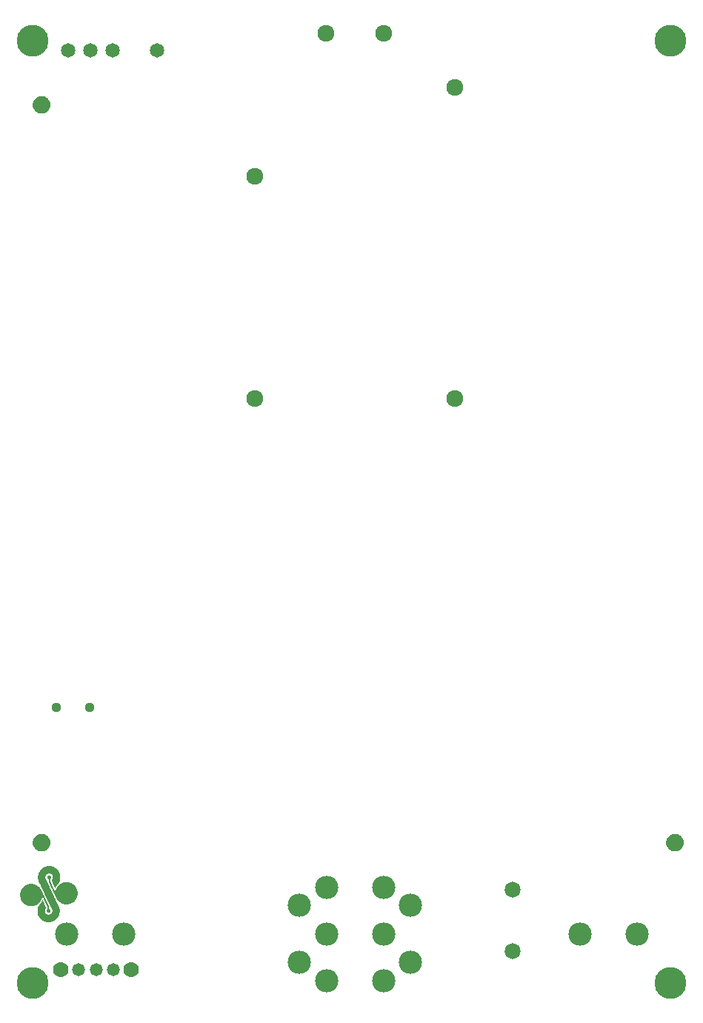
<source format=gbr>
G04 EAGLE Gerber RS-274X export*
G75*
%MOMM*%
%FSLAX34Y34*%
%LPD*%
%INSoldermask Top*%
%IPPOS*%
%AMOC8*
5,1,8,0,0,1.08239X$1,22.5*%
G01*
%ADD10C,1.777000*%
%ADD11C,1.477000*%
%ADD12C,1.651000*%
%ADD13C,3.643000*%
%ADD14C,1.127000*%
%ADD15C,0.500000*%
%ADD16C,1.927000*%
%ADD17C,1.827000*%
%ADD18C,2.667000*%

G36*
X38602Y92027D02*
X38602Y92027D01*
X38891Y92036D01*
X39180Y92049D01*
X39757Y92086D01*
X40044Y92117D01*
X40621Y92193D01*
X40910Y92241D01*
X41487Y92356D01*
X41487Y92357D01*
X41487Y92356D01*
X41777Y92425D01*
X42069Y92505D01*
X42360Y92585D01*
X42652Y92681D01*
X42946Y92788D01*
X43328Y92924D01*
X43699Y93079D01*
X44059Y93252D01*
X44419Y93425D01*
X44419Y93426D01*
X44774Y93613D01*
X44774Y93614D01*
X45115Y93821D01*
X45455Y94029D01*
X45788Y94249D01*
X46109Y94486D01*
X46427Y94725D01*
X46427Y94726D01*
X46737Y94976D01*
X47032Y95242D01*
X47326Y95507D01*
X47327Y95507D01*
X47612Y95787D01*
X47879Y96080D01*
X48150Y96370D01*
X48405Y96674D01*
X48405Y96675D01*
X48645Y96993D01*
X48887Y97308D01*
X49116Y97635D01*
X49326Y97973D01*
X49538Y98308D01*
X49538Y98309D01*
X49734Y98656D01*
X49734Y98657D01*
X49913Y99013D01*
X50103Y99395D01*
X50104Y99395D01*
X50278Y99786D01*
X50429Y100187D01*
X50583Y100587D01*
X50714Y100998D01*
X50714Y100999D01*
X50828Y101412D01*
X50943Y101826D01*
X50943Y101827D01*
X51035Y102248D01*
X51042Y102290D01*
X51043Y102295D01*
X51044Y102299D01*
X51044Y102300D01*
X51044Y102304D01*
X51044Y102305D01*
X51045Y102309D01*
X51046Y102314D01*
X51047Y102319D01*
X51061Y102399D01*
X51061Y102404D01*
X51062Y102409D01*
X51063Y102414D01*
X51064Y102419D01*
X51065Y102424D01*
X51079Y102508D01*
X51080Y102513D01*
X51081Y102518D01*
X51082Y102523D01*
X51082Y102528D01*
X51083Y102528D01*
X51083Y102533D01*
X51097Y102613D01*
X51098Y102617D01*
X51098Y102618D01*
X51099Y102622D01*
X51099Y102623D01*
X51099Y102627D01*
X51100Y102632D01*
X51101Y102637D01*
X51102Y102642D01*
X51107Y102674D01*
X51108Y102677D01*
X51109Y102682D01*
X51110Y102692D01*
X51111Y102697D01*
X51113Y102707D01*
X51114Y102712D01*
X51115Y102722D01*
X51118Y102737D01*
X51120Y102752D01*
X51123Y102767D01*
X51125Y102781D01*
X51125Y102782D01*
X51128Y102796D01*
X51130Y102811D01*
X51132Y102821D01*
X51133Y102826D01*
X51134Y102836D01*
X51135Y102836D01*
X51135Y102841D01*
X51137Y102851D01*
X51138Y102856D01*
X51139Y102866D01*
X51140Y102866D01*
X51140Y102871D01*
X51142Y102881D01*
X51143Y102886D01*
X51144Y102896D01*
X51145Y102896D01*
X51144Y102896D01*
X51145Y102901D01*
X51147Y102911D01*
X51149Y102926D01*
X51150Y102926D01*
X51149Y102926D01*
X51152Y102940D01*
X51152Y102941D01*
X51154Y102955D01*
X51155Y102955D01*
X51154Y102955D01*
X51157Y102970D01*
X51159Y102985D01*
X51160Y102985D01*
X51159Y102985D01*
X51162Y103000D01*
X51164Y103010D01*
X51164Y103015D01*
X51165Y103015D01*
X51164Y103015D01*
X51166Y103025D01*
X51167Y103030D01*
X51169Y103040D01*
X51169Y103045D01*
X51170Y103045D01*
X51169Y103045D01*
X51171Y103055D01*
X51172Y103060D01*
X51174Y103070D01*
X51174Y103075D01*
X51175Y103075D01*
X51174Y103075D01*
X51176Y103085D01*
X51177Y103090D01*
X51179Y103099D01*
X51179Y103100D01*
X51179Y103104D01*
X51182Y103129D01*
X51183Y103134D01*
X51183Y103139D01*
X51184Y103144D01*
X51185Y103149D01*
X51185Y103154D01*
X51186Y103159D01*
X51186Y103164D01*
X51190Y103194D01*
X51191Y103199D01*
X51191Y103204D01*
X51192Y103209D01*
X51192Y103214D01*
X51193Y103219D01*
X51194Y103224D01*
X51194Y103229D01*
X51197Y103253D01*
X51197Y103254D01*
X51198Y103258D01*
X51198Y103259D01*
X51198Y103263D01*
X51199Y103268D01*
X51200Y103273D01*
X51200Y103278D01*
X51201Y103283D01*
X51201Y103288D01*
X51205Y103318D01*
X51205Y103323D01*
X51206Y103323D01*
X51205Y103323D01*
X51206Y103328D01*
X51207Y103333D01*
X51207Y103338D01*
X51208Y103343D01*
X51208Y103348D01*
X51212Y103378D01*
X51213Y103383D01*
X51213Y103388D01*
X51214Y103393D01*
X51214Y103398D01*
X51215Y103403D01*
X51216Y103408D01*
X51216Y103412D01*
X51216Y103413D01*
X51220Y103442D01*
X51220Y103447D01*
X51221Y103452D01*
X51222Y103457D01*
X51222Y103462D01*
X51223Y103467D01*
X51223Y103472D01*
X51227Y103502D01*
X51228Y103507D01*
X51228Y103512D01*
X51229Y103517D01*
X51229Y103522D01*
X51230Y103527D01*
X51230Y103530D01*
X51231Y103537D01*
X51233Y103562D01*
X51253Y103840D01*
X51255Y103865D01*
X51257Y103889D01*
X51257Y103890D01*
X51259Y103914D01*
X51261Y103939D01*
X51262Y103960D01*
X51267Y104019D01*
X51268Y104039D01*
X51270Y104058D01*
X51275Y104123D01*
X51276Y104143D01*
X51278Y104163D01*
X51284Y104247D01*
X51286Y104267D01*
X51292Y104352D01*
X51294Y104371D01*
X51294Y104372D01*
X51295Y104391D01*
X51305Y104823D01*
X51305Y104824D01*
X51294Y105255D01*
X51283Y105686D01*
X51251Y106116D01*
X51198Y106545D01*
X51145Y106974D01*
X51072Y107396D01*
X51072Y107397D01*
X50975Y107815D01*
X50881Y108233D01*
X50763Y108646D01*
X50623Y109052D01*
X50561Y109230D01*
X50492Y109412D01*
X50421Y109591D01*
X50348Y109769D01*
X50274Y109946D01*
X50193Y110126D01*
X50113Y110306D01*
X50030Y110483D01*
X49946Y110660D01*
X49860Y110839D01*
X49772Y111016D01*
X49682Y111197D01*
X49591Y111376D01*
X49502Y111552D01*
X49411Y111731D01*
X49319Y111909D01*
X49226Y112087D01*
X49136Y112267D01*
X49045Y112446D01*
X48954Y112625D01*
X48864Y112806D01*
X48777Y112984D01*
X48689Y113166D01*
X48606Y113344D01*
X48377Y113836D01*
X48143Y114330D01*
X47911Y114825D01*
X47681Y115318D01*
X47449Y115813D01*
X47217Y116308D01*
X46987Y116800D01*
X46755Y117295D01*
X46522Y117789D01*
X46290Y118284D01*
X46057Y118779D01*
X45827Y119270D01*
X45596Y119762D01*
X45364Y120257D01*
X45133Y120748D01*
X44902Y121239D01*
X44673Y121728D01*
X44441Y122218D01*
X44210Y122710D01*
X43980Y123197D01*
X43751Y123685D01*
X43521Y124170D01*
X43291Y124655D01*
X43063Y125139D01*
X43042Y125179D01*
X43024Y125222D01*
X43005Y125265D01*
X42987Y125308D01*
X42987Y125309D01*
X42967Y125353D01*
X42948Y125397D01*
X42929Y125440D01*
X42913Y125485D01*
X42874Y125574D01*
X42852Y125616D01*
X42829Y125658D01*
X42807Y125699D01*
X42785Y125741D01*
X42763Y125783D01*
X42738Y125823D01*
X42713Y125863D01*
X42712Y125863D01*
X42684Y125901D01*
X42657Y125938D01*
X42629Y125976D01*
X42628Y125976D01*
X42628Y125977D01*
X42595Y126010D01*
X42566Y126044D01*
X42565Y126044D01*
X42565Y126045D01*
X42529Y126077D01*
X42496Y126105D01*
X42507Y126122D01*
X42508Y126122D01*
X42519Y126146D01*
X42519Y126147D01*
X42525Y126170D01*
X42533Y126192D01*
X42532Y126192D01*
X42533Y126193D01*
X42535Y126215D01*
X42535Y126216D01*
X42533Y126238D01*
X42530Y126260D01*
X42530Y126261D01*
X42525Y126280D01*
X42525Y126281D01*
X42519Y126302D01*
X42512Y126324D01*
X42511Y126324D01*
X42502Y126344D01*
X42501Y126344D01*
X42502Y126344D01*
X42490Y126365D01*
X42479Y126386D01*
X42468Y126407D01*
X42455Y126426D01*
X42444Y126446D01*
X42443Y126446D01*
X42443Y126447D01*
X42429Y126466D01*
X42416Y126484D01*
X42403Y126502D01*
X42389Y126520D01*
X42378Y126536D01*
X42366Y126553D01*
X42358Y126571D01*
X42351Y126588D01*
X42249Y126813D01*
X42144Y127040D01*
X42040Y127268D01*
X41934Y127496D01*
X41827Y127726D01*
X41718Y127958D01*
X41499Y128422D01*
X41389Y128656D01*
X41279Y128888D01*
X41165Y129120D01*
X41053Y129355D01*
X40942Y129589D01*
X40830Y129824D01*
X40718Y130058D01*
X40606Y130293D01*
X40493Y130529D01*
X40383Y130762D01*
X40272Y130995D01*
X40164Y131231D01*
X40055Y131464D01*
X39946Y131696D01*
X39840Y131929D01*
X39737Y132160D01*
X39700Y132246D01*
X39662Y132333D01*
X39624Y132420D01*
X39587Y132506D01*
X39550Y132592D01*
X39512Y132679D01*
X39474Y132767D01*
X39437Y132853D01*
X39400Y132939D01*
X39363Y133025D01*
X39325Y133112D01*
X39285Y133197D01*
X39244Y133281D01*
X39204Y133366D01*
X39161Y133448D01*
X39120Y133533D01*
X39120Y133534D01*
X39073Y133615D01*
X39028Y133694D01*
X39028Y133695D01*
X38980Y133772D01*
X38931Y133851D01*
X38882Y133929D01*
X38881Y133929D01*
X38881Y133930D01*
X38827Y134003D01*
X38772Y134078D01*
X38716Y134148D01*
X38726Y134169D01*
X38726Y134170D01*
X38732Y134193D01*
X38732Y134194D01*
X38735Y134216D01*
X38737Y134229D01*
X38738Y134234D01*
X38740Y134240D01*
X38739Y134241D01*
X38740Y134241D01*
X38740Y134266D01*
X38737Y134288D01*
X38736Y134314D01*
X38731Y134339D01*
X38731Y134340D01*
X38724Y134361D01*
X38718Y134387D01*
X38717Y134387D01*
X38717Y134388D01*
X38710Y134410D01*
X38700Y134434D01*
X38690Y134459D01*
X38681Y134484D01*
X38680Y134484D01*
X38669Y134505D01*
X38657Y134527D01*
X38645Y134549D01*
X38634Y134570D01*
X38621Y134592D01*
X38610Y134613D01*
X38599Y134634D01*
X38589Y134654D01*
X38580Y134673D01*
X38572Y134690D01*
X38496Y134850D01*
X38421Y135008D01*
X38346Y135167D01*
X38270Y135327D01*
X38192Y135484D01*
X38042Y135801D01*
X37963Y135958D01*
X37888Y136116D01*
X37813Y136275D01*
X37737Y136430D01*
X37660Y136586D01*
X37582Y136741D01*
X37510Y136897D01*
X37510Y136898D01*
X37435Y137051D01*
X37361Y137208D01*
X37288Y137361D01*
X37214Y137513D01*
X37140Y137665D01*
X37066Y137817D01*
X36995Y137967D01*
X36923Y138118D01*
X36853Y138267D01*
X36780Y138413D01*
X36703Y138584D01*
X36622Y138753D01*
X36544Y138924D01*
X36465Y139092D01*
X36388Y139262D01*
X36311Y139433D01*
X36234Y139603D01*
X36158Y139773D01*
X36081Y139942D01*
X36005Y140112D01*
X35929Y140281D01*
X35850Y140448D01*
X35772Y140615D01*
X35696Y140785D01*
X35616Y140953D01*
X35534Y141119D01*
X35452Y141289D01*
X35370Y141455D01*
X35288Y141620D01*
X35203Y141789D01*
X35116Y141955D01*
X35030Y142119D01*
X34939Y142284D01*
X34849Y142447D01*
X34831Y142606D01*
X34815Y142765D01*
X34807Y142925D01*
X34797Y143082D01*
X34793Y143243D01*
X34798Y143405D01*
X34802Y143568D01*
X34808Y143679D01*
X34810Y143719D01*
X34811Y143727D01*
X34811Y143729D01*
X34813Y143749D01*
X34814Y143754D01*
X34814Y143759D01*
X34815Y143764D01*
X34815Y143769D01*
X34816Y143774D01*
X34816Y143779D01*
X34817Y143784D01*
X34818Y143789D01*
X34820Y143808D01*
X34820Y143813D01*
X34821Y143818D01*
X34821Y143823D01*
X34822Y143828D01*
X34823Y143833D01*
X34823Y143838D01*
X34824Y143843D01*
X34824Y143848D01*
X34826Y143868D01*
X34827Y143873D01*
X34828Y143878D01*
X34828Y143883D01*
X34829Y143888D01*
X34829Y143890D01*
X34846Y144049D01*
X34871Y144207D01*
X34904Y144365D01*
X34937Y144523D01*
X34979Y144678D01*
X35030Y144832D01*
X35080Y144988D01*
X35138Y145136D01*
X35208Y145287D01*
X35279Y145437D01*
X35359Y145583D01*
X35452Y145725D01*
X35542Y145866D01*
X35644Y146005D01*
X35759Y146140D01*
X35847Y146243D01*
X35942Y146345D01*
X36039Y146439D01*
X36135Y146534D01*
X36235Y146621D01*
X36446Y146793D01*
X36554Y146871D01*
X36662Y146945D01*
X36771Y147017D01*
X36885Y147089D01*
X36999Y147152D01*
X37115Y147218D01*
X37231Y147279D01*
X37348Y147334D01*
X37467Y147391D01*
X37467Y147392D01*
X37583Y147442D01*
X37705Y147492D01*
X37825Y147539D01*
X37944Y147582D01*
X38066Y147622D01*
X38185Y147660D01*
X38306Y147696D01*
X38425Y147729D01*
X38560Y147730D01*
X38699Y147729D01*
X38835Y147725D01*
X38973Y147720D01*
X39110Y147715D01*
X39248Y147705D01*
X39385Y147696D01*
X39521Y147683D01*
X39657Y147665D01*
X39795Y147649D01*
X39930Y147627D01*
X40065Y147600D01*
X40200Y147573D01*
X40335Y147541D01*
X40468Y147502D01*
X40603Y147465D01*
X40735Y147421D01*
X40867Y147368D01*
X40998Y147315D01*
X41125Y147256D01*
X41126Y147256D01*
X41256Y147190D01*
X41384Y147125D01*
X41510Y147048D01*
X41634Y146963D01*
X41635Y146963D01*
X41768Y146873D01*
X41893Y146773D01*
X42011Y146670D01*
X42129Y146567D01*
X42239Y146457D01*
X42341Y146340D01*
X42443Y146223D01*
X42537Y146104D01*
X42627Y145981D01*
X42714Y145854D01*
X42796Y145723D01*
X42869Y145587D01*
X42944Y145453D01*
X43013Y145314D01*
X43076Y145173D01*
X43139Y145032D01*
X43199Y144888D01*
X43249Y144740D01*
X43302Y144594D01*
X43348Y144444D01*
X43394Y144296D01*
X43437Y144145D01*
X43476Y143992D01*
X43508Y143838D01*
X43505Y143679D01*
X43501Y143517D01*
X43499Y143497D01*
X43497Y143467D01*
X43495Y143437D01*
X43492Y143407D01*
X43490Y143377D01*
X43488Y143353D01*
X43488Y143348D01*
X43482Y143273D01*
X43477Y143199D01*
X43476Y143188D01*
X43460Y143023D01*
X43450Y142955D01*
X43444Y142915D01*
X43438Y142876D01*
X43435Y142856D01*
X43431Y142821D01*
X43430Y142816D01*
X43429Y142811D01*
X43429Y142806D01*
X43419Y142736D01*
X43418Y142732D01*
X43418Y142731D01*
X43418Y142727D01*
X43418Y142726D01*
X43417Y142722D01*
X43412Y142687D01*
X43411Y142682D01*
X43407Y142662D01*
X43404Y142647D01*
X43401Y142632D01*
X43400Y142627D01*
X43397Y142612D01*
X43394Y142597D01*
X43391Y142577D01*
X43390Y142577D01*
X43388Y142563D01*
X43385Y142548D01*
X43381Y142528D01*
X43379Y142519D01*
X43340Y142353D01*
X43300Y142186D01*
X43255Y142020D01*
X43197Y141857D01*
X43140Y141694D01*
X43073Y141529D01*
X42996Y141371D01*
X42919Y141213D01*
X42829Y141057D01*
X42726Y140905D01*
X42622Y140754D01*
X42506Y140606D01*
X42379Y140467D01*
X42247Y140324D01*
X42106Y140191D01*
X41947Y140065D01*
X41947Y140060D01*
X41946Y140059D01*
X42113Y139675D01*
X42279Y139293D01*
X42443Y138913D01*
X42609Y138531D01*
X42774Y138150D01*
X43105Y137396D01*
X43270Y137015D01*
X43436Y136638D01*
X43602Y136261D01*
X43771Y135885D01*
X43937Y135508D01*
X44103Y135131D01*
X44274Y134754D01*
X44610Y133995D01*
X44782Y133616D01*
X44955Y133237D01*
X45128Y132857D01*
X45300Y132474D01*
X45477Y132091D01*
X45651Y131706D01*
X45830Y131321D01*
X46010Y130934D01*
X46012Y130933D01*
X46012Y130931D01*
X46014Y130932D01*
X46016Y130931D01*
X46017Y130933D01*
X46019Y130934D01*
X46066Y131034D01*
X46114Y131134D01*
X46158Y131232D01*
X46205Y131328D01*
X46248Y131422D01*
X46295Y131518D01*
X46340Y131615D01*
X46385Y131707D01*
X46431Y131799D01*
X46479Y131894D01*
X46524Y131986D01*
X46572Y132076D01*
X46622Y132168D01*
X46669Y132259D01*
X46718Y132347D01*
X46767Y132435D01*
X46816Y132524D01*
X46867Y132611D01*
X46917Y132698D01*
X46969Y132784D01*
X47021Y132869D01*
X47074Y132954D01*
X47128Y133037D01*
X47185Y133123D01*
X47238Y133203D01*
X47289Y133279D01*
X47342Y133354D01*
X47396Y133427D01*
X47450Y133501D01*
X47503Y133571D01*
X47555Y133641D01*
X47611Y133714D01*
X47666Y133781D01*
X47720Y133850D01*
X47776Y133916D01*
X47832Y133984D01*
X47887Y134051D01*
X47945Y134116D01*
X48002Y134181D01*
X48059Y134247D01*
X48120Y134314D01*
X48179Y134378D01*
X48238Y134442D01*
X48300Y134508D01*
X48361Y134574D01*
X48422Y134640D01*
X48485Y134706D01*
X48548Y134771D01*
X48683Y134911D01*
X48818Y135061D01*
X49071Y135368D01*
X49196Y135528D01*
X49197Y135528D01*
X49437Y135857D01*
X49555Y136024D01*
X49671Y136199D01*
X49784Y136371D01*
X49896Y136549D01*
X50003Y136727D01*
X50109Y136905D01*
X50214Y137086D01*
X50316Y137269D01*
X50420Y137454D01*
X50521Y137639D01*
X50619Y137825D01*
X50718Y138012D01*
X50815Y138200D01*
X50909Y138385D01*
X51005Y138575D01*
X51098Y138761D01*
X51192Y138948D01*
X51192Y138949D01*
X51220Y139058D01*
X51246Y139165D01*
X51273Y139271D01*
X51303Y139379D01*
X51330Y139484D01*
X51358Y139589D01*
X51385Y139695D01*
X51412Y139800D01*
X51440Y139905D01*
X51467Y140010D01*
X51492Y140113D01*
X51520Y140218D01*
X51548Y140322D01*
X51573Y140426D01*
X51596Y140530D01*
X51622Y140637D01*
X51647Y140740D01*
X51669Y140846D01*
X51692Y140950D01*
X51714Y141056D01*
X51723Y141105D01*
X51724Y141110D01*
X51725Y141115D01*
X51733Y141160D01*
X51753Y141267D01*
X51774Y141374D01*
X51806Y141588D01*
X51822Y141695D01*
X51822Y141697D01*
X51823Y141697D01*
X51822Y141697D01*
X51824Y141712D01*
X51825Y141717D01*
X51826Y141727D01*
X51827Y141731D01*
X51827Y141732D01*
X51828Y141741D01*
X51829Y141746D01*
X51830Y141761D01*
X51831Y141761D01*
X51830Y141761D01*
X51832Y141776D01*
X51834Y141791D01*
X51835Y141796D01*
X51836Y141804D01*
X51858Y142018D01*
X51867Y142127D01*
X51875Y142237D01*
X51876Y142248D01*
X51885Y142345D01*
X51887Y142397D01*
X51888Y142417D01*
X51890Y142453D01*
X51892Y142502D01*
X51894Y142546D01*
X51895Y142561D01*
X51896Y142586D01*
X51898Y142611D01*
X51902Y142672D01*
X51904Y142720D01*
X51906Y142765D01*
X51907Y142780D01*
X51910Y142835D01*
X51912Y142879D01*
X51912Y142888D01*
X51913Y142919D01*
X51917Y142996D01*
X51921Y143105D01*
X51924Y143215D01*
X51927Y143325D01*
X51930Y143435D01*
X51934Y143544D01*
X51938Y143653D01*
X51939Y143669D01*
X51941Y143704D01*
X51942Y143739D01*
X51943Y143739D01*
X51942Y143739D01*
X51944Y143765D01*
X51948Y143874D01*
X51954Y143986D01*
X51955Y144007D01*
X51957Y144032D01*
X51961Y144096D01*
X51961Y144097D01*
X51934Y144439D01*
X51892Y144775D01*
X51892Y144776D01*
X51843Y145115D01*
X51793Y145450D01*
X51731Y145782D01*
X51659Y146110D01*
X51585Y146439D01*
X51504Y146766D01*
X51409Y147087D01*
X51317Y147410D01*
X51212Y147727D01*
X51211Y147727D01*
X51212Y147727D01*
X50978Y148353D01*
X50852Y148662D01*
X50851Y148662D01*
X50852Y148662D01*
X50713Y148963D01*
X50573Y149265D01*
X50423Y149562D01*
X50423Y149563D01*
X50259Y149854D01*
X50098Y150147D01*
X50098Y150148D01*
X49924Y150430D01*
X49740Y150708D01*
X49554Y150987D01*
X49354Y151256D01*
X49145Y151519D01*
X48924Y151794D01*
X48695Y152057D01*
X48452Y152305D01*
X48212Y152555D01*
X47958Y152789D01*
X47697Y153015D01*
X47437Y153241D01*
X47437Y153242D01*
X47166Y153453D01*
X46886Y153654D01*
X46607Y153855D01*
X46321Y154048D01*
X46027Y154228D01*
X45731Y154406D01*
X45429Y154576D01*
X45121Y154737D01*
X44810Y154895D01*
X44493Y155045D01*
X44171Y155185D01*
X43849Y155325D01*
X43849Y155326D01*
X43523Y155459D01*
X43190Y155581D01*
X42859Y155706D01*
X42520Y155819D01*
X42519Y155819D01*
X42178Y155925D01*
X42129Y155940D01*
X42085Y155955D01*
X42085Y155954D01*
X42085Y155955D01*
X42043Y155967D01*
X42003Y155983D01*
X42002Y155983D01*
X41962Y155994D01*
X41925Y156006D01*
X41888Y156018D01*
X41852Y156029D01*
X41818Y156039D01*
X41788Y156050D01*
X41787Y156050D01*
X41753Y156060D01*
X41721Y156068D01*
X41689Y156075D01*
X41593Y156097D01*
X41558Y156102D01*
X41524Y156107D01*
X41489Y156112D01*
X41455Y156117D01*
X41454Y156117D01*
X41415Y156117D01*
X41379Y156119D01*
X41339Y156124D01*
X41296Y156123D01*
X41249Y156125D01*
X41203Y156127D01*
X41202Y156127D01*
X41199Y156127D01*
X41151Y156130D01*
X41135Y156132D01*
X41103Y156134D01*
X41052Y156137D01*
X41007Y156143D01*
X41006Y156143D01*
X40957Y156148D01*
X40908Y156153D01*
X40861Y156161D01*
X40814Y156168D01*
X40767Y156176D01*
X40718Y156181D01*
X40669Y156186D01*
X40622Y156193D01*
X40576Y156200D01*
X40529Y156208D01*
X40483Y156214D01*
X40455Y156216D01*
X40435Y156218D01*
X40391Y156221D01*
X40387Y156221D01*
X40342Y156227D01*
X40295Y156230D01*
X40251Y156235D01*
X40229Y156236D01*
X40204Y156237D01*
X40160Y156237D01*
X39976Y156240D01*
X39930Y156241D01*
X39929Y156241D01*
X39789Y156245D01*
X39597Y156245D01*
X39501Y156246D01*
X39499Y156246D01*
X39408Y156247D01*
X39222Y156246D01*
X39218Y156246D01*
X39213Y156246D01*
X39017Y156245D01*
X38823Y156242D01*
X38774Y156241D01*
X38773Y156241D01*
X38627Y156237D01*
X38586Y156236D01*
X38585Y156236D01*
X38431Y156231D01*
X38428Y156231D01*
X38314Y156226D01*
X38234Y156223D01*
X38233Y156223D01*
X38204Y156221D01*
X38105Y156216D01*
X38104Y156216D01*
X38037Y156213D01*
X38014Y156211D01*
X37943Y156206D01*
X37872Y156201D01*
X37844Y156199D01*
X37802Y156196D01*
X37801Y156196D01*
X37731Y156191D01*
X37730Y156191D01*
X37660Y156186D01*
X37651Y156186D01*
X37454Y156166D01*
X37265Y156144D01*
X37076Y156122D01*
X36890Y156096D01*
X36710Y156065D01*
X36529Y156035D01*
X36529Y156034D01*
X36353Y155999D01*
X36184Y155957D01*
X36014Y155915D01*
X35849Y155864D01*
X35696Y155811D01*
X35477Y155735D01*
X35260Y155652D01*
X35259Y155652D01*
X35047Y155570D01*
X34834Y155488D01*
X34626Y155402D01*
X34625Y155402D01*
X34213Y155225D01*
X34011Y155131D01*
X33809Y155034D01*
X33610Y154938D01*
X33609Y154938D01*
X33410Y154838D01*
X33215Y154733D01*
X33017Y154626D01*
X32823Y154516D01*
X32633Y154402D01*
X32633Y154401D01*
X32441Y154289D01*
X32441Y154288D01*
X32249Y154166D01*
X32063Y154043D01*
X31873Y153917D01*
X31685Y153786D01*
X31501Y153651D01*
X31314Y153513D01*
X31129Y153369D01*
X30946Y153223D01*
X30492Y152856D01*
X30076Y152466D01*
X30075Y152466D01*
X29693Y152052D01*
X29310Y151639D01*
X28964Y151204D01*
X28963Y151204D01*
X28649Y150752D01*
X28337Y150303D01*
X28337Y150302D01*
X28056Y149832D01*
X28055Y149831D01*
X27807Y149348D01*
X27562Y148866D01*
X27561Y148866D01*
X27349Y148371D01*
X27349Y148370D01*
X27167Y147864D01*
X26985Y147358D01*
X26835Y146845D01*
X26835Y146844D01*
X26719Y146327D01*
X26602Y145810D01*
X26601Y145802D01*
X26599Y145792D01*
X26598Y145787D01*
X26597Y145782D01*
X26597Y145777D01*
X26596Y145772D01*
X26595Y145767D01*
X26594Y145762D01*
X26593Y145757D01*
X26593Y145753D01*
X26593Y145752D01*
X26592Y145748D01*
X26592Y145747D01*
X26591Y145743D01*
X26590Y145738D01*
X26589Y145733D01*
X26589Y145728D01*
X26588Y145723D01*
X26587Y145718D01*
X26586Y145713D01*
X26585Y145708D01*
X26585Y145703D01*
X26584Y145698D01*
X26583Y145693D01*
X26582Y145688D01*
X26582Y145683D01*
X26581Y145683D01*
X26582Y145683D01*
X26581Y145678D01*
X26580Y145673D01*
X26579Y145668D01*
X26578Y145663D01*
X26578Y145658D01*
X26577Y145658D01*
X26578Y145658D01*
X26577Y145653D01*
X26576Y145648D01*
X26575Y145643D01*
X26574Y145638D01*
X26574Y145633D01*
X26573Y145628D01*
X26572Y145623D01*
X26571Y145618D01*
X26570Y145613D01*
X26570Y145608D01*
X26569Y145603D01*
X26568Y145598D01*
X26567Y145594D01*
X26567Y145593D01*
X26566Y145589D01*
X26566Y145588D01*
X26566Y145584D01*
X26565Y145579D01*
X26564Y145574D01*
X26563Y145569D01*
X26562Y145564D01*
X26562Y145559D01*
X26561Y145554D01*
X26560Y145549D01*
X26559Y145544D01*
X26558Y145539D01*
X26558Y145534D01*
X26557Y145529D01*
X26556Y145524D01*
X26555Y145519D01*
X26554Y145514D01*
X26554Y145509D01*
X26553Y145504D01*
X26552Y145499D01*
X26551Y145494D01*
X26550Y145489D01*
X26550Y145484D01*
X26549Y145479D01*
X26548Y145474D01*
X26547Y145469D01*
X26546Y145464D01*
X26546Y145459D01*
X26544Y145449D01*
X26542Y145439D01*
X26541Y145430D01*
X26541Y145429D01*
X26539Y145420D01*
X26538Y145410D01*
X26536Y145400D01*
X26534Y145390D01*
X26533Y145380D01*
X26531Y145370D01*
X26530Y145360D01*
X26528Y145350D01*
X26527Y145340D01*
X26526Y145340D01*
X26527Y145340D01*
X26525Y145330D01*
X26523Y145320D01*
X26522Y145310D01*
X26520Y145300D01*
X26519Y145290D01*
X26518Y145289D01*
X26464Y144768D01*
X26410Y144247D01*
X26409Y144222D01*
X26407Y144177D01*
X26405Y144133D01*
X26397Y143949D01*
X26395Y143904D01*
X26393Y143859D01*
X26391Y143815D01*
X26389Y143770D01*
X26387Y143725D01*
X26395Y143210D01*
X26403Y142692D01*
X26403Y142691D01*
X26442Y142180D01*
X26511Y141679D01*
X26526Y141571D01*
X26542Y141461D01*
X26561Y141356D01*
X26580Y141249D01*
X26599Y141143D01*
X26622Y141040D01*
X26644Y140937D01*
X26667Y140832D01*
X26714Y140628D01*
X26760Y140429D01*
X26784Y140330D01*
X26808Y140231D01*
X26832Y140134D01*
X26855Y140037D01*
X26879Y139941D01*
X26880Y139941D01*
X26903Y139847D01*
X26924Y139753D01*
X26924Y139752D01*
X26946Y139659D01*
X26967Y139567D01*
X26986Y139474D01*
X27005Y139382D01*
X27023Y139292D01*
X27024Y139291D01*
X27413Y138447D01*
X27807Y137598D01*
X28203Y136751D01*
X28597Y135902D01*
X29395Y134205D01*
X29795Y133356D01*
X30195Y132506D01*
X30597Y131659D01*
X30998Y130811D01*
X31400Y129964D01*
X31799Y129121D01*
X32198Y128277D01*
X32600Y127435D01*
X32997Y126599D01*
X33393Y125760D01*
X33790Y124926D01*
X34182Y124097D01*
X34574Y123268D01*
X34964Y122445D01*
X35348Y121627D01*
X35732Y120810D01*
X36114Y119998D01*
X36487Y119195D01*
X36488Y119195D01*
X36487Y119195D01*
X36544Y119077D01*
X36598Y118957D01*
X36651Y118835D01*
X36705Y118715D01*
X36758Y118593D01*
X36810Y118472D01*
X36863Y118350D01*
X36916Y118228D01*
X36970Y118105D01*
X37024Y117985D01*
X37079Y117864D01*
X37079Y117863D01*
X37134Y117743D01*
X37188Y117623D01*
X37247Y117502D01*
X37306Y117382D01*
X37365Y117264D01*
X37423Y117146D01*
X37424Y117146D01*
X37489Y117029D01*
X37554Y116912D01*
X37618Y116799D01*
X37687Y116686D01*
X37757Y116574D01*
X37832Y116462D01*
X37907Y116356D01*
X37896Y116346D01*
X37896Y116345D01*
X37895Y116345D01*
X37886Y116326D01*
X37887Y116325D01*
X37886Y116325D01*
X37881Y116306D01*
X37881Y116305D01*
X37880Y116298D01*
X37878Y116287D01*
X37877Y116286D01*
X37875Y116264D01*
X37875Y116244D01*
X37875Y116225D01*
X37875Y116224D01*
X37877Y116202D01*
X37878Y116202D01*
X37878Y116201D01*
X37882Y116177D01*
X37886Y116156D01*
X37892Y116132D01*
X37893Y116132D01*
X37912Y116083D01*
X37919Y116061D01*
X37920Y116061D01*
X37920Y116060D01*
X37931Y116037D01*
X37940Y116013D01*
X37941Y116013D01*
X37941Y116012D01*
X37952Y115989D01*
X37963Y115966D01*
X37974Y115942D01*
X37986Y115920D01*
X37996Y115900D01*
X38004Y115880D01*
X38005Y115880D01*
X38004Y115880D01*
X38014Y115860D01*
X38024Y115840D01*
X38057Y115766D01*
X38057Y115765D01*
X38094Y115689D01*
X38165Y115535D01*
X38202Y115458D01*
X38240Y115379D01*
X38276Y115301D01*
X38311Y115224D01*
X38312Y115224D01*
X38351Y115145D01*
X38390Y115066D01*
X38428Y114992D01*
X38466Y114917D01*
X38507Y114839D01*
X38546Y114765D01*
X38586Y114692D01*
X38624Y114622D01*
X38665Y114550D01*
X38706Y114483D01*
X38749Y114413D01*
X38788Y114349D01*
X38830Y114287D01*
X38874Y114223D01*
X38915Y114165D01*
X38959Y114109D01*
X38956Y114073D01*
X38954Y114047D01*
X38953Y114036D01*
X38954Y114036D01*
X38953Y114035D01*
X38955Y114002D01*
X38957Y113965D01*
X38962Y113931D01*
X38962Y113930D01*
X38971Y113895D01*
X38979Y113859D01*
X38980Y113859D01*
X38979Y113858D01*
X38991Y113825D01*
X39002Y113792D01*
X39015Y113756D01*
X39030Y113722D01*
X39057Y113660D01*
X39074Y113628D01*
X39094Y113593D01*
X39111Y113562D01*
X39128Y113530D01*
X39146Y113498D01*
X39163Y113466D01*
X39181Y113435D01*
X39196Y113406D01*
X39213Y113374D01*
X39230Y113342D01*
X39244Y113311D01*
X39418Y112935D01*
X39504Y112751D01*
X39591Y112563D01*
X39677Y112379D01*
X39763Y112195D01*
X39847Y112013D01*
X39933Y111829D01*
X40018Y111648D01*
X40104Y111464D01*
X40190Y111285D01*
X40274Y111104D01*
X40359Y110924D01*
X40445Y110744D01*
X40529Y110567D01*
X40615Y110388D01*
X40699Y110212D01*
X40784Y110037D01*
X40868Y109860D01*
X40954Y109685D01*
X41036Y109512D01*
X41121Y109337D01*
X41204Y109165D01*
X41291Y108991D01*
X41310Y108956D01*
X41329Y108912D01*
X41348Y108866D01*
X41365Y108825D01*
X41385Y108776D01*
X41404Y108726D01*
X41424Y108677D01*
X41442Y108627D01*
X41464Y108575D01*
X41487Y108524D01*
X41506Y108475D01*
X41506Y108474D01*
X41531Y108420D01*
X41555Y108366D01*
X41579Y108316D01*
X41606Y108264D01*
X41634Y108214D01*
X41665Y108161D01*
X41726Y108065D01*
X41727Y108065D01*
X41727Y108064D01*
X41760Y108019D01*
X41798Y107973D01*
X41835Y107931D01*
X41876Y107888D01*
X41910Y107860D01*
X41901Y107860D01*
X41901Y107859D01*
X41900Y107860D01*
X41892Y107857D01*
X41886Y107855D01*
X41877Y107855D01*
X41875Y107853D01*
X41873Y107854D01*
X41867Y107847D01*
X41863Y107843D01*
X41857Y107841D01*
X41856Y107840D01*
X41855Y107840D01*
X41850Y107835D01*
X41850Y107834D01*
X41849Y107833D01*
X41847Y107827D01*
X41844Y107824D01*
X41844Y107823D01*
X41843Y107822D01*
X41840Y107815D01*
X41838Y107807D01*
X41836Y107801D01*
X41837Y107800D01*
X41836Y107799D01*
X41837Y107790D01*
X41838Y107790D01*
X41838Y107789D01*
X41840Y107782D01*
X41843Y107775D01*
X41843Y107774D01*
X41848Y107765D01*
X41850Y107758D01*
X41850Y107757D01*
X41855Y107747D01*
X41856Y107747D01*
X41856Y107746D01*
X41863Y107739D01*
X41869Y107730D01*
X41878Y107719D01*
X41879Y107719D01*
X41879Y107718D01*
X41889Y107710D01*
X41902Y107690D01*
X41910Y107670D01*
X41920Y107646D01*
X41920Y107645D01*
X41931Y107622D01*
X41941Y107598D01*
X41949Y107572D01*
X41958Y107546D01*
X41978Y107497D01*
X41988Y107472D01*
X42007Y107423D01*
X42018Y107400D01*
X42030Y107376D01*
X42043Y107355D01*
X42057Y107334D01*
X42074Y107311D01*
X42075Y107311D01*
X42093Y107290D01*
X42111Y107269D01*
X42112Y107269D01*
X42132Y107254D01*
X42154Y107237D01*
X42154Y107236D01*
X42176Y107224D01*
X42201Y107209D01*
X42202Y107210D01*
X42202Y107209D01*
X42229Y107198D01*
X42217Y107155D01*
X42218Y107154D01*
X42217Y107154D01*
X42217Y107100D01*
X42217Y107099D01*
X42224Y107042D01*
X42229Y106989D01*
X42230Y106988D01*
X42229Y106988D01*
X42245Y106930D01*
X42264Y106870D01*
X42284Y106811D01*
X42284Y106810D01*
X42311Y106749D01*
X42339Y106688D01*
X42370Y106626D01*
X42370Y106625D01*
X42404Y106562D01*
X42437Y106501D01*
X42471Y106441D01*
X42508Y106380D01*
X42544Y106318D01*
X42579Y106259D01*
X42614Y106202D01*
X42649Y106143D01*
X42681Y106086D01*
X42710Y106032D01*
X42737Y105981D01*
X42763Y105928D01*
X42784Y105880D01*
X42798Y105837D01*
X42823Y105763D01*
X42842Y105685D01*
X42857Y105601D01*
X42874Y105520D01*
X42884Y105437D01*
X42890Y105350D01*
X42896Y105263D01*
X42901Y105175D01*
X42902Y105083D01*
X42902Y104994D01*
X42902Y104901D01*
X42901Y104880D01*
X42899Y104845D01*
X42898Y104845D01*
X42896Y104812D01*
X42896Y104810D01*
X42893Y104770D01*
X42891Y104735D01*
X42890Y104722D01*
X42888Y104676D01*
X42887Y104661D01*
X42886Y104646D01*
X42885Y104628D01*
X42884Y104621D01*
X42884Y104616D01*
X42882Y104606D01*
X42882Y104601D01*
X42881Y104591D01*
X42880Y104586D01*
X42879Y104576D01*
X42878Y104572D01*
X42878Y104571D01*
X42877Y104562D01*
X42876Y104557D01*
X42874Y104542D01*
X42874Y104539D01*
X42864Y104451D01*
X42864Y104447D01*
X42863Y104437D01*
X42862Y104437D01*
X42863Y104437D01*
X42861Y104427D01*
X42860Y104417D01*
X42854Y104373D01*
X42852Y104363D01*
X42852Y104360D01*
X42837Y104277D01*
X42837Y104276D01*
X42824Y104189D01*
X42808Y104105D01*
X42805Y104090D01*
X42805Y104089D01*
X42800Y104065D01*
X42795Y104040D01*
X42792Y104025D01*
X42790Y104015D01*
X42787Y104000D01*
X42786Y103995D01*
X42783Y103980D01*
X42779Y103960D01*
X42776Y103945D01*
X42775Y103940D01*
X42774Y103936D01*
X42774Y103935D01*
X42768Y103906D01*
X42767Y103901D01*
X42766Y103896D01*
X42760Y103866D01*
X42760Y103865D01*
X42742Y103793D01*
X42639Y103381D01*
X42473Y102999D01*
X42258Y102652D01*
X42042Y102309D01*
X41777Y102000D01*
X41472Y101733D01*
X41166Y101467D01*
X40828Y101241D01*
X40462Y101062D01*
X40100Y100882D01*
X39712Y100749D01*
X39314Y100669D01*
X38915Y100590D01*
X38865Y100586D01*
X38799Y100581D01*
X38733Y100576D01*
X38667Y100571D01*
X38601Y100566D01*
X38534Y100561D01*
X38506Y100559D01*
X38475Y100561D01*
X38400Y100566D01*
X38326Y100571D01*
X38251Y100576D01*
X38177Y100581D01*
X38102Y100586D01*
X38101Y100586D01*
X38034Y100591D01*
X38033Y100591D01*
X37965Y100596D01*
X37896Y100601D01*
X37827Y100606D01*
X37759Y100611D01*
X37758Y100611D01*
X37694Y100615D01*
X37292Y100699D01*
X36904Y100846D01*
X36516Y100993D01*
X36146Y101202D01*
X35804Y101478D01*
X35461Y101754D01*
X35149Y102098D01*
X34877Y102515D01*
X34837Y102577D01*
X34794Y102647D01*
X34753Y102719D01*
X34713Y102792D01*
X34673Y102869D01*
X34634Y102949D01*
X34595Y103028D01*
X34558Y103108D01*
X34524Y103192D01*
X34487Y103278D01*
X34453Y103361D01*
X34425Y103446D01*
X34396Y103530D01*
X34396Y103531D01*
X34366Y103618D01*
X34340Y103705D01*
X34313Y103791D01*
X34291Y103876D01*
X34271Y103960D01*
X34252Y104043D01*
X34234Y104129D01*
X34222Y104210D01*
X34210Y104291D01*
X34203Y104367D01*
X34196Y104444D01*
X34185Y104605D01*
X34183Y104764D01*
X34185Y104819D01*
X34189Y104923D01*
X34193Y105084D01*
X34193Y105087D01*
X34198Y105152D01*
X34201Y105196D01*
X34203Y105216D01*
X34205Y105243D01*
X34205Y105246D01*
X34206Y105251D01*
X34206Y105256D01*
X34207Y105261D01*
X34208Y105271D01*
X34209Y105276D01*
X34209Y105281D01*
X34211Y105296D01*
X34212Y105301D01*
X34212Y105306D01*
X34213Y105316D01*
X34214Y105320D01*
X34214Y105321D01*
X34214Y105325D01*
X34214Y105326D01*
X34215Y105330D01*
X34216Y105340D01*
X34217Y105345D01*
X34217Y105350D01*
X34218Y105360D01*
X34219Y105365D01*
X34220Y105370D01*
X34220Y105375D01*
X34221Y105385D01*
X34222Y105390D01*
X34222Y105395D01*
X34223Y105404D01*
X34224Y105405D01*
X34224Y105410D01*
X34225Y105415D01*
X34225Y105420D01*
X34226Y105430D01*
X34227Y105435D01*
X34227Y105440D01*
X34228Y105440D01*
X34227Y105440D01*
X34229Y105455D01*
X34230Y105460D01*
X34230Y105465D01*
X34231Y105475D01*
X34232Y105475D01*
X34231Y105475D01*
X34232Y105479D01*
X34232Y105480D01*
X34233Y105484D01*
X34233Y105485D01*
X34234Y105499D01*
X34235Y105504D01*
X34235Y105509D01*
X34237Y105519D01*
X34237Y105524D01*
X34238Y105529D01*
X34238Y105534D01*
X34239Y105544D01*
X34240Y105549D01*
X34241Y105554D01*
X34242Y105564D01*
X34272Y105723D01*
X34310Y105884D01*
X34347Y106043D01*
X34398Y106201D01*
X34458Y106360D01*
X34517Y106517D01*
X34586Y106675D01*
X34667Y106834D01*
X34750Y106990D01*
X34843Y107147D01*
X34950Y107303D01*
X35057Y107459D01*
X35176Y107612D01*
X35309Y107766D01*
X35444Y107920D01*
X35592Y108073D01*
X35756Y108222D01*
X35756Y108226D01*
X35757Y108228D01*
X35584Y108610D01*
X35417Y108988D01*
X35247Y109369D01*
X35080Y109747D01*
X34912Y110129D01*
X34746Y110509D01*
X34580Y110888D01*
X34412Y111270D01*
X34246Y111650D01*
X34082Y112031D01*
X33750Y112790D01*
X33581Y113171D01*
X33414Y113549D01*
X33243Y113931D01*
X33072Y114310D01*
X32900Y114691D01*
X32727Y115071D01*
X32553Y115451D01*
X32552Y115452D01*
X32374Y115831D01*
X32011Y116593D01*
X31827Y116973D01*
X31826Y116973D01*
X31827Y116974D01*
X31637Y117352D01*
X31636Y117352D01*
X31636Y117354D01*
X31634Y117353D01*
X31631Y117354D01*
X31630Y117352D01*
X31628Y117352D01*
X31533Y117160D01*
X31443Y116982D01*
X31357Y116810D01*
X31271Y116638D01*
X31190Y116474D01*
X31109Y116316D01*
X31028Y116159D01*
X30949Y116007D01*
X30871Y115860D01*
X30792Y115712D01*
X30711Y115570D01*
X30629Y115431D01*
X30545Y115291D01*
X30459Y115154D01*
X30369Y115019D01*
X30278Y114884D01*
X30182Y114749D01*
X30079Y114611D01*
X29976Y114476D01*
X29865Y114339D01*
X29745Y114201D01*
X29625Y114061D01*
X29494Y113919D01*
X29355Y113771D01*
X29221Y113633D01*
X29084Y113484D01*
X28950Y113328D01*
X28816Y113172D01*
X28682Y113008D01*
X28550Y112839D01*
X28417Y112669D01*
X28285Y112494D01*
X28285Y112493D01*
X28158Y112312D01*
X28029Y112131D01*
X27901Y111944D01*
X27778Y111755D01*
X27655Y111566D01*
X27532Y111372D01*
X27416Y111174D01*
X27299Y110979D01*
X27299Y110978D01*
X27185Y110778D01*
X26966Y110378D01*
X26861Y110175D01*
X26862Y110175D01*
X26861Y110175D01*
X26763Y109971D01*
X26664Y109768D01*
X26570Y109564D01*
X26483Y109364D01*
X26354Y108989D01*
X26243Y108608D01*
X26146Y108223D01*
X26049Y107839D01*
X26006Y107632D01*
X26005Y107627D01*
X26004Y107622D01*
X25968Y107448D01*
X25967Y107438D01*
X25966Y107438D01*
X25967Y107438D01*
X25966Y107434D01*
X25966Y107433D01*
X25965Y107429D01*
X25965Y107428D01*
X25962Y107409D01*
X25961Y107404D01*
X25960Y107399D01*
X25957Y107379D01*
X25956Y107374D01*
X25955Y107369D01*
X25954Y107364D01*
X25952Y107349D01*
X25951Y107344D01*
X25950Y107339D01*
X25950Y107334D01*
X25946Y107314D01*
X25946Y107309D01*
X25945Y107309D01*
X25946Y107309D01*
X25945Y107304D01*
X25941Y107284D01*
X25941Y107279D01*
X25940Y107275D01*
X25940Y107274D01*
X25937Y107255D01*
X25936Y107250D01*
X25935Y107245D01*
X25932Y107225D01*
X25931Y107220D01*
X25930Y107215D01*
X25927Y107195D01*
X25926Y107190D01*
X25925Y107185D01*
X25925Y107180D01*
X25924Y107180D01*
X25925Y107180D01*
X25921Y107160D01*
X25920Y107155D01*
X25920Y107150D01*
X25916Y107130D01*
X25916Y107125D01*
X25915Y107120D01*
X25912Y107101D01*
X25911Y107096D01*
X25910Y107091D01*
X25907Y107071D01*
X25906Y107066D01*
X25905Y107061D01*
X25904Y107055D01*
X25902Y107041D01*
X25901Y107036D01*
X25900Y107031D01*
X25897Y107011D01*
X25896Y107006D01*
X25895Y107001D01*
X25892Y106981D01*
X25891Y106976D01*
X25891Y106971D01*
X25887Y106952D01*
X25887Y106951D01*
X25887Y106947D01*
X25886Y106942D01*
X25883Y106927D01*
X25883Y106922D01*
X25882Y106917D01*
X25879Y106897D01*
X25878Y106897D01*
X25878Y106892D01*
X25877Y106887D01*
X25874Y106867D01*
X25873Y106862D01*
X25872Y106857D01*
X25869Y106837D01*
X25868Y106832D01*
X25867Y106827D01*
X25864Y106807D01*
X25863Y106802D01*
X25862Y106798D01*
X25862Y106797D01*
X25860Y106783D01*
X25859Y106778D01*
X25858Y106773D01*
X25858Y106768D01*
X25857Y106768D01*
X25858Y106768D01*
X25855Y106753D01*
X25854Y106748D01*
X25853Y106743D01*
X25850Y106723D01*
X25849Y106718D01*
X25849Y106713D01*
X25845Y106693D01*
X25845Y106688D01*
X25844Y106683D01*
X25841Y106663D01*
X25840Y106662D01*
X25840Y106658D01*
X25839Y106653D01*
X25839Y106648D01*
X25837Y106634D01*
X25837Y106633D01*
X25836Y106629D01*
X25835Y106614D01*
X25834Y106609D01*
X25833Y106604D01*
X25832Y106589D01*
X25831Y106584D01*
X25831Y106579D01*
X25830Y106579D01*
X25831Y106579D01*
X25829Y106569D01*
X25829Y106564D01*
X25828Y106559D01*
X25826Y106544D01*
X25826Y106539D01*
X25825Y106534D01*
X25823Y106519D01*
X25823Y106514D01*
X25821Y106499D01*
X25821Y106494D01*
X25820Y106489D01*
X25818Y106475D01*
X25818Y106474D01*
X25818Y106470D01*
X25817Y106465D01*
X25816Y106455D01*
X25815Y106450D01*
X25815Y106445D01*
X25813Y106430D01*
X25812Y106425D01*
X25812Y106420D01*
X25810Y106405D01*
X25809Y106400D01*
X25808Y106385D01*
X25807Y106380D01*
X25806Y106375D01*
X25805Y106360D01*
X25804Y106355D01*
X25804Y106350D01*
X25803Y106350D01*
X25804Y106350D01*
X25802Y106340D01*
X25802Y106335D01*
X25801Y106330D01*
X25799Y106316D01*
X25799Y106315D01*
X25799Y106311D01*
X25798Y106306D01*
X25797Y106296D01*
X25796Y106291D01*
X25796Y106286D01*
X25794Y106271D01*
X25794Y106266D01*
X25793Y106261D01*
X25790Y106216D01*
X25786Y106171D01*
X25783Y106127D01*
X25779Y106082D01*
X25776Y106037D01*
X25773Y105993D01*
X25769Y105948D01*
X25766Y105903D01*
X25763Y105867D01*
X25760Y105829D01*
X25755Y105759D01*
X25750Y105689D01*
X25745Y105620D01*
X25739Y105550D01*
X25734Y105481D01*
X25733Y105469D01*
X25730Y105381D01*
X25720Y105067D01*
X25726Y104665D01*
X25732Y104263D01*
X25755Y103859D01*
X25756Y103859D01*
X25755Y103859D01*
X25797Y103458D01*
X25840Y103054D01*
X25902Y102654D01*
X25902Y102653D01*
X25982Y102252D01*
X26065Y101849D01*
X26166Y101448D01*
X26286Y101052D01*
X26405Y100656D01*
X26406Y100656D01*
X26406Y100655D01*
X26548Y100258D01*
X26548Y100257D01*
X26709Y99868D01*
X26796Y99660D01*
X26886Y99455D01*
X26988Y99247D01*
X27086Y99041D01*
X27192Y98837D01*
X27305Y98631D01*
X27418Y98424D01*
X27536Y98223D01*
X27664Y98021D01*
X27788Y97821D01*
X27922Y97621D01*
X27922Y97620D01*
X28059Y97424D01*
X28197Y97227D01*
X28341Y97037D01*
X28491Y96848D01*
X28641Y96658D01*
X28797Y96475D01*
X28956Y96296D01*
X29116Y96117D01*
X29116Y96116D01*
X29282Y95943D01*
X29453Y95775D01*
X29624Y95607D01*
X29624Y95606D01*
X29797Y95446D01*
X29797Y95445D01*
X29980Y95290D01*
X29980Y95289D01*
X30173Y95124D01*
X30367Y94964D01*
X30560Y94813D01*
X30753Y94662D01*
X30947Y94517D01*
X31140Y94380D01*
X31335Y94241D01*
X31529Y94111D01*
X31726Y93983D01*
X31921Y93859D01*
X32117Y93740D01*
X32512Y93516D01*
X32711Y93406D01*
X32712Y93406D01*
X32910Y93305D01*
X33112Y93202D01*
X33313Y93104D01*
X33314Y93104D01*
X33515Y93010D01*
X33718Y92918D01*
X33923Y92828D01*
X34132Y92742D01*
X34338Y92659D01*
X34547Y92578D01*
X34757Y92503D01*
X34804Y92486D01*
X34852Y92470D01*
X34852Y92469D01*
X34900Y92458D01*
X34948Y92447D01*
X34997Y92438D01*
X34998Y92438D01*
X34998Y92437D01*
X35044Y92430D01*
X35091Y92423D01*
X35140Y92413D01*
X35190Y92404D01*
X35241Y92396D01*
X35290Y92386D01*
X35340Y92377D01*
X35391Y92369D01*
X35438Y92358D01*
X35491Y92342D01*
X35540Y92327D01*
X35591Y92310D01*
X35643Y92288D01*
X35692Y92268D01*
X35744Y92243D01*
X35797Y92212D01*
X35846Y92183D01*
X35898Y92147D01*
X35950Y92106D01*
X35952Y92106D01*
X35952Y92105D01*
X36253Y92086D01*
X36551Y92069D01*
X36847Y92055D01*
X37145Y92039D01*
X37145Y92040D01*
X37145Y92039D01*
X37440Y92030D01*
X37730Y92025D01*
X38021Y92021D01*
X38315Y92020D01*
X38602Y92027D01*
G37*
G36*
X38578Y102738D02*
X38578Y102738D01*
X38834Y102767D01*
X39089Y102797D01*
X39090Y102797D01*
X39343Y102878D01*
X39344Y102879D01*
X39584Y103015D01*
X39822Y103155D01*
X39822Y103156D01*
X39823Y103155D01*
X40049Y103352D01*
X40049Y103353D01*
X40250Y103617D01*
X40350Y103752D01*
X40351Y103752D01*
X40434Y103895D01*
X40497Y104047D01*
X40560Y104198D01*
X40602Y104358D01*
X40626Y104521D01*
X40651Y104683D01*
X40651Y104690D01*
X40653Y104730D01*
X40655Y104769D01*
X40657Y104809D01*
X40658Y104848D01*
X40647Y105009D01*
X40635Y105174D01*
X40635Y105175D01*
X40606Y105337D01*
X40605Y105337D01*
X40555Y105498D01*
X40505Y105659D01*
X40504Y105659D01*
X40504Y105660D01*
X40437Y105813D01*
X40437Y105814D01*
X40353Y105961D01*
X40265Y106108D01*
X40264Y106109D01*
X40162Y106248D01*
X40040Y106377D01*
X39921Y106504D01*
X39782Y106621D01*
X39627Y106722D01*
X39470Y106825D01*
X39469Y106825D01*
X39297Y106914D01*
X39297Y106913D01*
X39297Y106914D01*
X39110Y106979D01*
X39062Y107153D01*
X39021Y107334D01*
X38987Y107516D01*
X38953Y107694D01*
X38923Y107879D01*
X38899Y108062D01*
X38875Y108244D01*
X38853Y108428D01*
X38832Y108613D01*
X38811Y108799D01*
X38791Y108985D01*
X38757Y109354D01*
X38736Y109540D01*
X38713Y109723D01*
X38688Y109909D01*
X38661Y110094D01*
X38632Y110275D01*
X38602Y110457D01*
X38565Y110642D01*
X38522Y110820D01*
X38481Y110999D01*
X38480Y110999D01*
X38481Y110999D01*
X38430Y111180D01*
X38372Y111353D01*
X38339Y111453D01*
X38302Y111554D01*
X38262Y111656D01*
X38221Y111758D01*
X38182Y111856D01*
X38136Y111958D01*
X38091Y112060D01*
X38045Y112162D01*
X37996Y112265D01*
X37950Y112366D01*
X37899Y112468D01*
X37849Y112570D01*
X37798Y112672D01*
X37749Y112770D01*
X37695Y112873D01*
X37645Y112975D01*
X37595Y113077D01*
X37594Y113077D01*
X37540Y113181D01*
X37488Y113285D01*
X37437Y113387D01*
X37387Y113489D01*
X37334Y113593D01*
X37285Y113696D01*
X37236Y113800D01*
X36993Y114313D01*
X36748Y114830D01*
X36506Y115345D01*
X36263Y115858D01*
X36021Y116373D01*
X35780Y116886D01*
X35540Y117400D01*
X35299Y117913D01*
X35059Y118425D01*
X34819Y118939D01*
X34580Y119452D01*
X34340Y119966D01*
X34100Y120478D01*
X33861Y120990D01*
X33622Y121501D01*
X33383Y122013D01*
X33143Y122525D01*
X32904Y123037D01*
X32664Y123550D01*
X32426Y124061D01*
X32185Y124572D01*
X31947Y125083D01*
X31706Y125594D01*
X31467Y126106D01*
X31273Y126521D01*
X31176Y126731D01*
X31077Y126940D01*
X30982Y127149D01*
X30883Y127360D01*
X30786Y127570D01*
X30685Y127779D01*
X30584Y127989D01*
X30483Y128198D01*
X30380Y128409D01*
X30273Y128617D01*
X30166Y128824D01*
X30054Y129032D01*
X29940Y129237D01*
X29824Y129443D01*
X29706Y129647D01*
X29581Y129849D01*
X29456Y130050D01*
X29328Y130249D01*
X29191Y130445D01*
X29056Y130641D01*
X28913Y130834D01*
X28912Y130834D01*
X28765Y131024D01*
X28409Y131476D01*
X28038Y131891D01*
X27656Y132268D01*
X27272Y132644D01*
X26878Y132987D01*
X26476Y133293D01*
X26074Y133599D01*
X25664Y133874D01*
X25663Y133874D01*
X25250Y134119D01*
X24836Y134361D01*
X24835Y134361D01*
X24415Y134575D01*
X23993Y134759D01*
X23570Y134943D01*
X23147Y135101D01*
X23147Y135100D01*
X23147Y135101D01*
X22724Y135236D01*
X22302Y135368D01*
X21882Y135477D01*
X21881Y135477D01*
X21464Y135565D01*
X21047Y135652D01*
X20634Y135719D01*
X20230Y135767D01*
X19825Y135813D01*
X19804Y135815D01*
X19737Y135820D01*
X19670Y135825D01*
X19603Y135830D01*
X19536Y135835D01*
X19469Y135840D01*
X19427Y135843D01*
X19426Y135843D01*
X19379Y135845D01*
X19378Y135845D01*
X19249Y135850D01*
X19248Y135850D01*
X19118Y135855D01*
X19041Y135857D01*
X18978Y135859D01*
X18978Y135860D01*
X18977Y135860D01*
X18824Y135864D01*
X18823Y135864D01*
X18669Y135869D01*
X18668Y135869D01*
X18657Y135870D01*
X18630Y135869D01*
X18627Y135869D01*
X18262Y135865D01*
X18261Y135865D01*
X18256Y135864D01*
X18182Y135860D01*
X18108Y135855D01*
X18107Y135855D01*
X18033Y135850D01*
X17959Y135845D01*
X17885Y135840D01*
X17859Y135838D01*
X17811Y135835D01*
X17737Y135830D01*
X17663Y135825D01*
X17589Y135820D01*
X17515Y135815D01*
X17456Y135811D01*
X17455Y135811D01*
X17045Y135762D01*
X16629Y135692D01*
X16212Y135622D01*
X16212Y135621D01*
X16212Y135622D01*
X15792Y135528D01*
X15370Y135414D01*
X14949Y135297D01*
X14526Y135160D01*
X14526Y135159D01*
X14526Y135160D01*
X14107Y134999D01*
X13688Y134838D01*
X13270Y134651D01*
X12450Y134233D01*
X12449Y134233D01*
X12045Y133998D01*
X11651Y133739D01*
X11255Y133481D01*
X10872Y133196D01*
X10501Y132886D01*
X10130Y132577D01*
X9772Y132241D01*
X9430Y131878D01*
X9139Y131567D01*
X8868Y131248D01*
X8617Y130924D01*
X8366Y130600D01*
X8135Y130270D01*
X7923Y129935D01*
X7709Y129601D01*
X7517Y129262D01*
X7517Y129261D01*
X7342Y128919D01*
X7167Y128577D01*
X7009Y128232D01*
X7008Y128232D01*
X6871Y127885D01*
X6733Y127539D01*
X6609Y127191D01*
X6505Y126843D01*
X6399Y126497D01*
X6312Y126152D01*
X6312Y126151D01*
X6239Y125806D01*
X6167Y125461D01*
X6167Y125460D01*
X6166Y125456D01*
X6164Y125446D01*
X6164Y125441D01*
X6162Y125431D01*
X6161Y125426D01*
X6160Y125416D01*
X6159Y125411D01*
X6157Y125401D01*
X6156Y125396D01*
X6155Y125386D01*
X6153Y125376D01*
X6152Y125371D01*
X6151Y125361D01*
X6150Y125356D01*
X6148Y125346D01*
X6148Y125341D01*
X6146Y125331D01*
X6145Y125326D01*
X6144Y125316D01*
X6143Y125311D01*
X6141Y125302D01*
X6141Y125301D01*
X6140Y125292D01*
X6139Y125287D01*
X6137Y125277D01*
X6136Y125272D01*
X6135Y125262D01*
X6134Y125257D01*
X6132Y125247D01*
X6132Y125242D01*
X6131Y125242D01*
X6132Y125242D01*
X6130Y125232D01*
X6129Y125227D01*
X6128Y125217D01*
X6127Y125217D01*
X6128Y125217D01*
X6126Y125207D01*
X6125Y125202D01*
X6124Y125192D01*
X6123Y125192D01*
X6124Y125192D01*
X6123Y125187D01*
X6121Y125177D01*
X6120Y125172D01*
X6119Y125162D01*
X6118Y125157D01*
X6116Y125148D01*
X6116Y125147D01*
X6115Y125143D01*
X6115Y125142D01*
X6114Y125133D01*
X6112Y125123D01*
X6112Y125118D01*
X6111Y125113D01*
X6110Y125108D01*
X6109Y125098D01*
X6108Y125088D01*
X6107Y125083D01*
X6106Y125073D01*
X6105Y125063D01*
X6104Y125053D01*
X6103Y125048D01*
X6102Y125038D01*
X6100Y125028D01*
X6100Y125023D01*
X6099Y125018D01*
X6099Y125013D01*
X6097Y125003D01*
X6096Y124993D01*
X6096Y124989D01*
X6096Y124988D01*
X6094Y124979D01*
X6093Y124969D01*
X6093Y124964D01*
X6092Y124964D01*
X6093Y124964D01*
X6092Y124959D01*
X6091Y124954D01*
X6090Y124944D01*
X6089Y124934D01*
X6088Y124929D01*
X6087Y124919D01*
X6086Y124909D01*
X6085Y124904D01*
X6085Y124899D01*
X6084Y124894D01*
X6083Y124884D01*
X6082Y124874D01*
X6081Y124874D01*
X6082Y124874D01*
X6081Y124869D01*
X6080Y124859D01*
X6078Y124849D01*
X6077Y124839D01*
X6077Y124834D01*
X6075Y124825D01*
X6075Y124824D01*
X6074Y124815D01*
X6074Y124810D01*
X6072Y124800D01*
X6071Y124790D01*
X6070Y124780D01*
X6070Y124779D01*
X6069Y124775D01*
X6068Y124765D01*
X6066Y124750D01*
X6065Y124740D01*
X6064Y124730D01*
X6063Y124725D01*
X6062Y124715D01*
X6061Y124705D01*
X6060Y124700D01*
X6059Y124690D01*
X6058Y124680D01*
X6057Y124675D01*
X6056Y124666D01*
X6056Y124665D01*
X6055Y124656D01*
X6054Y124651D01*
X6053Y124641D01*
X6052Y124631D01*
X6051Y124631D01*
X6052Y124631D01*
X6050Y124616D01*
X6048Y124606D01*
X6047Y124591D01*
X6045Y124581D01*
X6044Y124566D01*
X6042Y124556D01*
X6040Y124541D01*
X6039Y124531D01*
X6038Y124521D01*
X6037Y124516D01*
X6036Y124507D01*
X6036Y124506D01*
X6035Y124497D01*
X6034Y124492D01*
X6033Y124482D01*
X6032Y124472D01*
X6031Y124467D01*
X6030Y124457D01*
X6029Y124447D01*
X6028Y124440D01*
X6023Y124382D01*
X6015Y124273D01*
X6009Y124208D01*
X6004Y124144D01*
X6001Y124103D01*
X5998Y124020D01*
X5995Y123945D01*
X5989Y123774D01*
X5986Y123697D01*
X5976Y123440D01*
X5976Y123439D01*
X5975Y123104D01*
X5984Y122769D01*
X5994Y122432D01*
X6014Y122094D01*
X6015Y122094D01*
X6014Y122094D01*
X6048Y121756D01*
X6080Y121420D01*
X6080Y121419D01*
X6126Y121083D01*
X6186Y120745D01*
X6247Y120407D01*
X6320Y120070D01*
X6321Y120070D01*
X6320Y120070D01*
X6409Y119734D01*
X6497Y119397D01*
X6601Y119060D01*
X6721Y118726D01*
X6841Y118392D01*
X6975Y118059D01*
X7282Y117393D01*
X7283Y117393D01*
X7453Y117062D01*
X7641Y116734D01*
X7831Y116405D01*
X8038Y116079D01*
X8264Y115755D01*
X8531Y115375D01*
X8810Y115018D01*
X8810Y115017D01*
X9101Y114685D01*
X9393Y114351D01*
X9394Y114350D01*
X9696Y114041D01*
X10008Y113751D01*
X10320Y113461D01*
X10640Y113193D01*
X10968Y112946D01*
X11294Y112700D01*
X11295Y112700D01*
X11627Y112473D01*
X11628Y112473D01*
X11965Y112265D01*
X12303Y112058D01*
X12303Y112057D01*
X12646Y111870D01*
X12646Y111869D01*
X12988Y111700D01*
X13332Y111530D01*
X13677Y111379D01*
X14021Y111244D01*
X14364Y111110D01*
X14708Y110992D01*
X15048Y110893D01*
X15387Y110792D01*
X15388Y110792D01*
X15724Y110706D01*
X16055Y110636D01*
X16396Y110562D01*
X16735Y110503D01*
X16736Y110503D01*
X17072Y110459D01*
X17410Y110413D01*
X17410Y110414D01*
X17410Y110413D01*
X17743Y110380D01*
X18076Y110362D01*
X18409Y110343D01*
X18739Y110337D01*
X18740Y110337D01*
X19070Y110346D01*
X19400Y110352D01*
X19401Y110352D01*
X19731Y110373D01*
X20059Y110406D01*
X20388Y110440D01*
X20389Y110441D01*
X20389Y110440D01*
X20719Y110486D01*
X21050Y110546D01*
X21380Y110606D01*
X21712Y110678D01*
X22045Y110765D01*
X22379Y110851D01*
X22714Y110948D01*
X22715Y110948D01*
X23052Y111060D01*
X23390Y111172D01*
X23729Y111294D01*
X23729Y111295D01*
X23729Y111294D01*
X24073Y111432D01*
X24074Y111432D01*
X24329Y111560D01*
X24585Y111698D01*
X24834Y111844D01*
X25086Y111990D01*
X25333Y112144D01*
X25578Y112307D01*
X25821Y112469D01*
X26061Y112640D01*
X26295Y112818D01*
X26532Y112996D01*
X26762Y113182D01*
X26987Y113377D01*
X27212Y113573D01*
X27431Y113772D01*
X27644Y113981D01*
X27856Y114189D01*
X28062Y114403D01*
X28261Y114627D01*
X28460Y114850D01*
X28653Y115078D01*
X28836Y115315D01*
X29021Y115548D01*
X29195Y115792D01*
X29362Y116040D01*
X29524Y116278D01*
X29525Y116278D01*
X29674Y116522D01*
X29813Y116766D01*
X29953Y117012D01*
X30082Y117259D01*
X30202Y117506D01*
X30321Y117753D01*
X30431Y118001D01*
X30531Y118248D01*
X30632Y118496D01*
X30724Y118746D01*
X30809Y118990D01*
X30892Y119236D01*
X30968Y119482D01*
X31038Y119724D01*
X31107Y119967D01*
X31169Y120208D01*
X31168Y120208D01*
X31169Y120208D01*
X31225Y120444D01*
X31282Y120680D01*
X31331Y120913D01*
X31375Y121142D01*
X31382Y121176D01*
X31399Y121261D01*
X31422Y121370D01*
X31422Y121375D01*
X31423Y121380D01*
X31426Y121395D01*
X31426Y121400D01*
X31427Y121400D01*
X31426Y121400D01*
X31427Y121405D01*
X31430Y121420D01*
X31431Y121425D01*
X31433Y121440D01*
X31434Y121444D01*
X31434Y121445D01*
X31437Y121464D01*
X31438Y121469D01*
X31440Y121484D01*
X31441Y121489D01*
X31444Y121504D01*
X31445Y121509D01*
X31448Y121529D01*
X31449Y121534D01*
X31451Y121549D01*
X31452Y121554D01*
X31454Y121569D01*
X31455Y121574D01*
X31456Y121579D01*
X31458Y121594D01*
X31459Y121599D01*
X31460Y121603D01*
X31460Y121604D01*
X31461Y121608D01*
X31461Y121609D01*
X31462Y121613D01*
X31463Y121618D01*
X31463Y121623D01*
X31471Y121673D01*
X31472Y121673D01*
X31471Y121673D01*
X31472Y121678D01*
X31473Y121683D01*
X31474Y121688D01*
X31475Y121693D01*
X31476Y121698D01*
X31476Y121703D01*
X31477Y121708D01*
X31478Y121713D01*
X31479Y121718D01*
X31480Y121723D01*
X31488Y121772D01*
X31489Y121777D01*
X31489Y121782D01*
X31490Y121787D01*
X31491Y121792D01*
X31491Y121795D01*
X31633Y121487D01*
X31784Y121156D01*
X31939Y120822D01*
X32094Y120488D01*
X32251Y120152D01*
X32408Y119810D01*
X32566Y119469D01*
X32726Y119126D01*
X32886Y118780D01*
X33047Y118435D01*
X33210Y118087D01*
X33373Y117738D01*
X33535Y117389D01*
X33698Y117042D01*
X33861Y116694D01*
X34022Y116346D01*
X34184Y116000D01*
X34345Y115655D01*
X34507Y115311D01*
X34666Y114968D01*
X34827Y114628D01*
X34984Y114289D01*
X35140Y113954D01*
X35295Y113622D01*
X35348Y113508D01*
X35405Y113389D01*
X35463Y113274D01*
X35520Y113159D01*
X35643Y112928D01*
X35704Y112812D01*
X35765Y112697D01*
X35827Y112582D01*
X35888Y112466D01*
X35950Y112351D01*
X36009Y112238D01*
X36068Y112125D01*
X36129Y112009D01*
X36185Y111894D01*
X36243Y111780D01*
X36297Y111667D01*
X36350Y111552D01*
X36403Y111438D01*
X36454Y111323D01*
X36500Y111211D01*
X36593Y110980D01*
X36631Y110866D01*
X36657Y110789D01*
X36679Y110713D01*
X36698Y110635D01*
X36698Y110634D01*
X36721Y110553D01*
X36740Y110470D01*
X36756Y110388D01*
X36775Y110303D01*
X36792Y110217D01*
X36804Y110131D01*
X36833Y109955D01*
X36846Y109864D01*
X36858Y109773D01*
X36870Y109682D01*
X36884Y109587D01*
X36895Y109495D01*
X36907Y109400D01*
X36918Y109307D01*
X36929Y109215D01*
X36942Y109119D01*
X36955Y109025D01*
X36969Y108930D01*
X36983Y108832D01*
X37001Y108736D01*
X37005Y108702D01*
X37010Y108663D01*
X37010Y108662D01*
X37016Y108625D01*
X37020Y108589D01*
X37028Y108547D01*
X37032Y108508D01*
X37037Y108468D01*
X37042Y108429D01*
X37048Y108386D01*
X37052Y108346D01*
X37052Y108345D01*
X37059Y108304D01*
X37064Y108260D01*
X37069Y108215D01*
X37074Y108171D01*
X37082Y108124D01*
X37086Y108080D01*
X37087Y108080D01*
X37086Y108080D01*
X37094Y108033D01*
X37100Y107986D01*
X37106Y107938D01*
X37112Y107890D01*
X37120Y107838D01*
X37126Y107790D01*
X37133Y107739D01*
X37142Y107683D01*
X37148Y107641D01*
X37148Y107640D01*
X37157Y107595D01*
X37168Y107547D01*
X37175Y107500D01*
X37187Y107448D01*
X37197Y107400D01*
X37197Y107399D01*
X37222Y107296D01*
X37233Y107243D01*
X37244Y107191D01*
X37252Y107140D01*
X37261Y107090D01*
X37270Y107040D01*
X37278Y106989D01*
X37284Y106942D01*
X37290Y106894D01*
X37294Y106849D01*
X37293Y106809D01*
X37293Y106808D01*
X37295Y106767D01*
X37292Y106729D01*
X37287Y106695D01*
X37286Y106694D01*
X37284Y106679D01*
X37281Y106664D01*
X37281Y106660D01*
X37271Y106631D01*
X37257Y106607D01*
X37232Y106563D01*
X37204Y106525D01*
X37177Y106488D01*
X37149Y106455D01*
X37120Y106421D01*
X37003Y106305D01*
X36973Y106279D01*
X36943Y106255D01*
X36913Y106229D01*
X36882Y106203D01*
X36852Y106182D01*
X36851Y106182D01*
X36822Y106158D01*
X36793Y106134D01*
X36740Y106081D01*
X36714Y106055D01*
X36687Y106028D01*
X36665Y105996D01*
X36642Y105968D01*
X36642Y105967D01*
X36641Y105967D01*
X36602Y105898D01*
X36450Y105623D01*
X36450Y105622D01*
X36449Y105622D01*
X36369Y105346D01*
X36370Y105345D01*
X36369Y105345D01*
X36355Y105183D01*
X36351Y105138D01*
X36346Y105076D01*
X36345Y105069D01*
X36339Y104994D01*
X36336Y104959D01*
X36330Y104885D01*
X36327Y104850D01*
X36324Y104808D01*
X36324Y104807D01*
X36359Y104548D01*
X36360Y104547D01*
X36438Y104306D01*
X36517Y104065D01*
X36517Y104064D01*
X36645Y103838D01*
X36806Y103640D01*
X36966Y103441D01*
X36966Y103440D01*
X37158Y103268D01*
X37159Y103268D01*
X37374Y103129D01*
X37589Y102990D01*
X37589Y102991D01*
X37589Y102990D01*
X37826Y102883D01*
X37827Y102883D01*
X38072Y102823D01*
X38321Y102758D01*
X38322Y102758D01*
X38577Y102738D01*
X38578Y102738D01*
G37*
G36*
X59085Y112471D02*
X59085Y112471D01*
X59535Y112478D01*
X59980Y112505D01*
X60424Y112542D01*
X60852Y112581D01*
X61289Y112645D01*
X61290Y112645D01*
X61727Y112744D01*
X62164Y112837D01*
X62165Y112837D01*
X62609Y112962D01*
X63049Y113112D01*
X63489Y113262D01*
X63931Y113439D01*
X63932Y113439D01*
X64366Y113648D01*
X64801Y113857D01*
X65231Y114090D01*
X65232Y114090D01*
X65652Y114353D01*
X66072Y114616D01*
X66482Y114909D01*
X66483Y114909D01*
X66878Y115226D01*
X67274Y115543D01*
X67657Y115887D01*
X68384Y116634D01*
X68385Y116634D01*
X68731Y117034D01*
X68731Y117035D01*
X69055Y117462D01*
X69380Y117890D01*
X69682Y118344D01*
X69682Y118345D01*
X69952Y118826D01*
X70198Y119253D01*
X70198Y119254D01*
X70412Y119684D01*
X70604Y120116D01*
X70798Y120551D01*
X70962Y120986D01*
X71103Y121426D01*
X71243Y121866D01*
X71242Y121866D01*
X71243Y121866D01*
X71358Y122311D01*
X71362Y122328D01*
X71369Y122363D01*
X71376Y122398D01*
X71383Y122433D01*
X71390Y122467D01*
X71449Y122751D01*
X71457Y122790D01*
X71459Y122800D01*
X71461Y122810D01*
X71517Y123083D01*
X71519Y123093D01*
X71521Y123103D01*
X71540Y123195D01*
X71540Y123196D01*
X71555Y123302D01*
X71556Y123307D01*
X71578Y123461D01*
X71579Y123466D01*
X71580Y123471D01*
X71602Y123625D01*
X71603Y123630D01*
X71604Y123638D01*
X71646Y124083D01*
X71687Y124527D01*
X71687Y124528D01*
X71700Y124972D01*
X71690Y125415D01*
X71683Y125859D01*
X71682Y125859D01*
X71683Y125860D01*
X71646Y126304D01*
X71589Y126744D01*
X71533Y127189D01*
X71532Y127189D01*
X71533Y127189D01*
X71447Y127629D01*
X71446Y127629D01*
X71447Y127629D01*
X71341Y128069D01*
X71233Y128506D01*
X71098Y128941D01*
X71097Y128941D01*
X71098Y128941D01*
X70945Y129374D01*
X70862Y129610D01*
X70771Y129843D01*
X70677Y130074D01*
X70582Y130303D01*
X70483Y130529D01*
X70380Y130750D01*
X70274Y130973D01*
X70274Y130974D01*
X70161Y131190D01*
X70043Y131406D01*
X69925Y131622D01*
X69803Y131834D01*
X69802Y131834D01*
X69670Y132045D01*
X69535Y132254D01*
X69397Y132460D01*
X69250Y132667D01*
X69100Y132876D01*
X68945Y133080D01*
X68775Y133284D01*
X68608Y133485D01*
X68434Y133689D01*
X68247Y133891D01*
X68060Y134092D01*
X67859Y134294D01*
X67650Y134493D01*
X67463Y134670D01*
X67271Y134842D01*
X67075Y135009D01*
X66878Y135171D01*
X66674Y135331D01*
X66468Y135478D01*
X66259Y135628D01*
X66045Y135773D01*
X65831Y135908D01*
X65615Y136046D01*
X65396Y136176D01*
X65175Y136299D01*
X64954Y136422D01*
X64730Y136537D01*
X64730Y136538D01*
X64504Y136646D01*
X64278Y136754D01*
X64049Y136854D01*
X63821Y136950D01*
X63592Y137046D01*
X63361Y137130D01*
X63135Y137208D01*
X62904Y137287D01*
X62673Y137356D01*
X62445Y137422D01*
X62005Y137543D01*
X62005Y137542D01*
X62005Y137543D01*
X61565Y137643D01*
X61123Y137722D01*
X60680Y137801D01*
X60680Y137800D01*
X60680Y137801D01*
X60235Y137857D01*
X60054Y137871D01*
X59989Y137876D01*
X59925Y137881D01*
X59860Y137886D01*
X59788Y137892D01*
X59537Y137911D01*
X59473Y137916D01*
X59408Y137921D01*
X59341Y137926D01*
X59167Y137931D01*
X59166Y137931D01*
X58985Y137936D01*
X58984Y137936D01*
X58891Y137938D01*
X58799Y137936D01*
X58798Y137936D01*
X58619Y137931D01*
X58618Y137931D01*
X58446Y137926D01*
X58441Y137926D01*
X58440Y137926D01*
X58290Y137921D01*
X58289Y137921D01*
X58139Y137916D01*
X57999Y137911D01*
X57994Y137911D01*
X57930Y137906D01*
X57865Y137901D01*
X57801Y137896D01*
X57736Y137891D01*
X57671Y137886D01*
X57607Y137881D01*
X57552Y137877D01*
X57104Y137813D01*
X56657Y137749D01*
X56212Y137663D01*
X55770Y137550D01*
X55328Y137437D01*
X54887Y137298D01*
X54886Y137298D01*
X54452Y137133D01*
X54451Y137133D01*
X54018Y136968D01*
X54018Y136967D01*
X53583Y136773D01*
X53156Y136551D01*
X52730Y136329D01*
X52730Y136328D01*
X52310Y136080D01*
X51896Y135801D01*
X51600Y135601D01*
X51599Y135601D01*
X51314Y135390D01*
X51037Y135166D01*
X50759Y134943D01*
X50759Y134942D01*
X50491Y134704D01*
X50232Y134457D01*
X49973Y134210D01*
X49722Y133950D01*
X49484Y133682D01*
X49245Y133414D01*
X49015Y133133D01*
X49015Y133132D01*
X48800Y132846D01*
X48583Y132558D01*
X48583Y132557D01*
X48378Y132261D01*
X48185Y131958D01*
X47992Y131654D01*
X47811Y131344D01*
X47811Y131343D01*
X47643Y131025D01*
X47476Y130711D01*
X47320Y130385D01*
X47180Y130058D01*
X47041Y129730D01*
X46916Y129398D01*
X46915Y129398D01*
X46805Y129062D01*
X46768Y128951D01*
X46737Y128844D01*
X46705Y128734D01*
X46672Y128624D01*
X46644Y128515D01*
X46618Y128408D01*
X46591Y128297D01*
X46566Y128189D01*
X46539Y128079D01*
X46540Y128079D01*
X46539Y128079D01*
X46515Y127970D01*
X46492Y127861D01*
X46468Y127752D01*
X46445Y127642D01*
X46424Y127536D01*
X46401Y127426D01*
X46377Y127317D01*
X46354Y127208D01*
X46331Y127098D01*
X46310Y126991D01*
X46284Y126880D01*
X46235Y126664D01*
X46207Y126554D01*
X46184Y126461D01*
X46008Y126841D01*
X45827Y127239D01*
X45641Y127641D01*
X45456Y128043D01*
X45269Y128446D01*
X45080Y128851D01*
X44891Y129256D01*
X44512Y130077D01*
X44321Y130485D01*
X44127Y130895D01*
X43936Y131306D01*
X43746Y131718D01*
X43552Y132128D01*
X43359Y132537D01*
X43166Y132946D01*
X42974Y133354D01*
X42783Y133762D01*
X42591Y134169D01*
X42402Y134575D01*
X42209Y134974D01*
X42019Y135376D01*
X41831Y135775D01*
X41641Y136166D01*
X41615Y136227D01*
X41586Y136285D01*
X41555Y136341D01*
X41525Y136400D01*
X41496Y136459D01*
X41466Y136518D01*
X41434Y136575D01*
X41403Y136635D01*
X41374Y136694D01*
X41343Y136754D01*
X41314Y136813D01*
X41284Y136872D01*
X41255Y136931D01*
X41225Y136990D01*
X41198Y137046D01*
X41169Y137105D01*
X41142Y137162D01*
X41117Y137220D01*
X41093Y137279D01*
X41068Y137333D01*
X41046Y137390D01*
X41024Y137446D01*
X41005Y137505D01*
X40989Y137560D01*
X40963Y137640D01*
X40941Y137721D01*
X40922Y137803D01*
X40900Y137884D01*
X40884Y137969D01*
X40865Y138052D01*
X40849Y138137D01*
X40835Y138224D01*
X40819Y138309D01*
X40806Y138396D01*
X40793Y138482D01*
X40782Y138571D01*
X40769Y138659D01*
X40757Y138744D01*
X40747Y138833D01*
X40737Y138921D01*
X40727Y139010D01*
X40715Y139096D01*
X40703Y139182D01*
X40694Y139269D01*
X40683Y139354D01*
X40671Y139440D01*
X40658Y139521D01*
X40647Y139606D01*
X40634Y139693D01*
X40622Y139784D01*
X40621Y139784D01*
X40607Y139872D01*
X40592Y139961D01*
X40579Y140048D01*
X40565Y140135D01*
X40552Y140222D01*
X40538Y140310D01*
X40525Y140397D01*
X40511Y140484D01*
X40499Y140570D01*
X40474Y140742D01*
X40462Y140828D01*
X40453Y140915D01*
X40442Y141000D01*
X40435Y141085D01*
X40435Y141086D01*
X40426Y141173D01*
X40416Y141256D01*
X40410Y141341D01*
X40404Y141426D01*
X40398Y141510D01*
X40393Y141594D01*
X40391Y141677D01*
X40606Y141836D01*
X40606Y141837D01*
X40607Y141837D01*
X40779Y142014D01*
X40913Y142205D01*
X41046Y142392D01*
X41139Y142594D01*
X41140Y142594D01*
X41200Y142800D01*
X41260Y143005D01*
X41260Y143006D01*
X41261Y143013D01*
X41262Y143023D01*
X41263Y143033D01*
X41265Y143043D01*
X41266Y143053D01*
X41267Y143063D01*
X41268Y143073D01*
X41269Y143083D01*
X41270Y143093D01*
X41272Y143103D01*
X41273Y143112D01*
X41273Y143113D01*
X41273Y143117D01*
X41274Y143122D01*
X41274Y143127D01*
X41275Y143132D01*
X41276Y143137D01*
X41276Y143142D01*
X41277Y143147D01*
X41277Y143152D01*
X41278Y143157D01*
X41278Y143162D01*
X41279Y143167D01*
X41280Y143172D01*
X41280Y143177D01*
X41281Y143182D01*
X41281Y143187D01*
X41282Y143192D01*
X41282Y143197D01*
X41283Y143197D01*
X41282Y143197D01*
X41283Y143202D01*
X41284Y143207D01*
X41285Y143217D01*
X41284Y143217D01*
X41285Y143218D01*
X41276Y143423D01*
X41270Y143630D01*
X41270Y143631D01*
X41231Y143832D01*
X41230Y143833D01*
X41231Y143833D01*
X41165Y144031D01*
X41100Y144229D01*
X41008Y144415D01*
X40891Y144586D01*
X40776Y144756D01*
X40775Y144756D01*
X40635Y144911D01*
X40477Y145044D01*
X40320Y145177D01*
X40144Y145289D01*
X40143Y145289D01*
X39950Y145369D01*
X39759Y145452D01*
X39758Y145452D01*
X39758Y145453D01*
X39553Y145506D01*
X39552Y145505D01*
X39552Y145506D01*
X39520Y145508D01*
X39452Y145513D01*
X39384Y145518D01*
X39335Y145522D01*
X39052Y145544D01*
X39052Y145543D01*
X39051Y145544D01*
X38786Y145509D01*
X38785Y145509D01*
X38303Y145352D01*
X38303Y145351D01*
X38303Y145352D01*
X38081Y145229D01*
X38081Y145228D01*
X37892Y145073D01*
X37702Y144919D01*
X37702Y144918D01*
X37537Y144729D01*
X37537Y144728D01*
X37408Y144518D01*
X37278Y144309D01*
X37277Y144309D01*
X37180Y144082D01*
X37180Y144081D01*
X37064Y143607D01*
X37065Y143606D01*
X37064Y143606D01*
X37041Y143359D01*
X37041Y143358D01*
X37085Y142872D01*
X37086Y142871D01*
X37085Y142871D01*
X37153Y142631D01*
X37153Y142630D01*
X37265Y142406D01*
X37377Y142181D01*
X37378Y142181D01*
X37377Y142180D01*
X37541Y141972D01*
X37755Y141788D01*
X37755Y141787D01*
X37970Y141607D01*
X37971Y141607D01*
X37971Y141606D01*
X38239Y141452D01*
X38239Y141451D01*
X38563Y141337D01*
X38592Y141153D01*
X38626Y140967D01*
X38659Y140782D01*
X38688Y140595D01*
X38718Y140409D01*
X38751Y140223D01*
X38784Y140038D01*
X38813Y139851D01*
X38843Y139664D01*
X38875Y139480D01*
X38907Y139296D01*
X38938Y139108D01*
X38937Y139108D01*
X38967Y138921D01*
X38996Y138735D01*
X39025Y138549D01*
X39054Y138362D01*
X39084Y138176D01*
X39112Y137990D01*
X39140Y137805D01*
X39168Y137619D01*
X39195Y137435D01*
X39224Y137250D01*
X39248Y137063D01*
X39273Y136876D01*
X39274Y136876D01*
X39273Y136875D01*
X39589Y136225D01*
X39903Y135572D01*
X40217Y134914D01*
X40531Y134261D01*
X40845Y133603D01*
X41156Y132943D01*
X41468Y132282D01*
X41780Y131621D01*
X42091Y130957D01*
X42403Y130296D01*
X42715Y129630D01*
X43023Y128963D01*
X43334Y128299D01*
X43646Y127633D01*
X43958Y126967D01*
X44269Y126303D01*
X44582Y125641D01*
X44894Y124975D01*
X45206Y124309D01*
X45520Y123651D01*
X45832Y122990D01*
X46147Y122327D01*
X46461Y121669D01*
X46778Y121013D01*
X46835Y120897D01*
X46889Y120784D01*
X46940Y120674D01*
X46994Y120561D01*
X47046Y120450D01*
X47101Y120338D01*
X47156Y120226D01*
X47208Y120116D01*
X47261Y120007D01*
X47316Y119895D01*
X47368Y119789D01*
X47422Y119681D01*
X47476Y119573D01*
X47531Y119466D01*
X47586Y119359D01*
X47643Y119254D01*
X47699Y119148D01*
X47756Y119042D01*
X47814Y118938D01*
X47869Y118836D01*
X47929Y118734D01*
X47988Y118631D01*
X48051Y118526D01*
X48114Y118427D01*
X48179Y118320D01*
X48245Y118219D01*
X48313Y118119D01*
X48380Y118020D01*
X48449Y117922D01*
X48449Y117921D01*
X48518Y117828D01*
X48589Y117732D01*
X48662Y117638D01*
X48735Y117544D01*
X48809Y117451D01*
X48884Y117359D01*
X49036Y117177D01*
X49114Y117087D01*
X49192Y116999D01*
X49271Y116910D01*
X49353Y116821D01*
X49433Y116733D01*
X49513Y116646D01*
X49680Y116469D01*
X49763Y116384D01*
X49847Y116297D01*
X49932Y116210D01*
X50339Y115796D01*
X50750Y115421D01*
X50751Y115421D01*
X51168Y115087D01*
X51587Y114749D01*
X52010Y114454D01*
X52870Y113928D01*
X53302Y113702D01*
X53303Y113702D01*
X54177Y113309D01*
X54178Y113309D01*
X54616Y113148D01*
X55060Y113011D01*
X55502Y112874D01*
X55949Y112771D01*
X55950Y112771D01*
X56397Y112687D01*
X56844Y112603D01*
X56844Y112604D01*
X56844Y112603D01*
X57291Y112549D01*
X57291Y112550D01*
X57291Y112549D01*
X57741Y112513D01*
X58191Y112476D01*
X58638Y112466D01*
X59085Y112471D01*
G37*
D10*
X132710Y38100D03*
X52710Y38100D03*
D11*
X112710Y38100D03*
X92710Y38100D03*
X72710Y38100D03*
D12*
X111760Y1088390D03*
X86360Y1088390D03*
X60960Y1088390D03*
D13*
X20320Y22860D03*
X749300Y22860D03*
D14*
X754380Y182880D03*
D15*
X754380Y190380D02*
X754199Y190378D01*
X754018Y190371D01*
X753837Y190360D01*
X753656Y190345D01*
X753476Y190325D01*
X753296Y190301D01*
X753117Y190273D01*
X752939Y190240D01*
X752762Y190203D01*
X752585Y190162D01*
X752410Y190117D01*
X752235Y190067D01*
X752062Y190013D01*
X751891Y189955D01*
X751720Y189893D01*
X751552Y189826D01*
X751385Y189756D01*
X751219Y189682D01*
X751056Y189603D01*
X750895Y189521D01*
X750735Y189435D01*
X750578Y189345D01*
X750423Y189251D01*
X750270Y189154D01*
X750120Y189052D01*
X749972Y188948D01*
X749826Y188839D01*
X749684Y188728D01*
X749544Y188612D01*
X749407Y188494D01*
X749272Y188372D01*
X749141Y188247D01*
X749013Y188119D01*
X748888Y187988D01*
X748766Y187853D01*
X748648Y187716D01*
X748532Y187576D01*
X748421Y187434D01*
X748312Y187288D01*
X748208Y187140D01*
X748106Y186990D01*
X748009Y186837D01*
X747915Y186682D01*
X747825Y186525D01*
X747739Y186365D01*
X747657Y186204D01*
X747578Y186041D01*
X747504Y185875D01*
X747434Y185708D01*
X747367Y185540D01*
X747305Y185369D01*
X747247Y185198D01*
X747193Y185025D01*
X747143Y184850D01*
X747098Y184675D01*
X747057Y184498D01*
X747020Y184321D01*
X746987Y184143D01*
X746959Y183964D01*
X746935Y183784D01*
X746915Y183604D01*
X746900Y183423D01*
X746889Y183242D01*
X746882Y183061D01*
X746880Y182880D01*
X754380Y190380D02*
X754561Y190378D01*
X754742Y190371D01*
X754923Y190360D01*
X755104Y190345D01*
X755284Y190325D01*
X755464Y190301D01*
X755643Y190273D01*
X755821Y190240D01*
X755998Y190203D01*
X756175Y190162D01*
X756350Y190117D01*
X756525Y190067D01*
X756698Y190013D01*
X756869Y189955D01*
X757040Y189893D01*
X757208Y189826D01*
X757375Y189756D01*
X757541Y189682D01*
X757704Y189603D01*
X757865Y189521D01*
X758025Y189435D01*
X758182Y189345D01*
X758337Y189251D01*
X758490Y189154D01*
X758640Y189052D01*
X758788Y188948D01*
X758934Y188839D01*
X759076Y188728D01*
X759216Y188612D01*
X759353Y188494D01*
X759488Y188372D01*
X759619Y188247D01*
X759747Y188119D01*
X759872Y187988D01*
X759994Y187853D01*
X760112Y187716D01*
X760228Y187576D01*
X760339Y187434D01*
X760448Y187288D01*
X760552Y187140D01*
X760654Y186990D01*
X760751Y186837D01*
X760845Y186682D01*
X760935Y186525D01*
X761021Y186365D01*
X761103Y186204D01*
X761182Y186041D01*
X761256Y185875D01*
X761326Y185708D01*
X761393Y185540D01*
X761455Y185369D01*
X761513Y185198D01*
X761567Y185025D01*
X761617Y184850D01*
X761662Y184675D01*
X761703Y184498D01*
X761740Y184321D01*
X761773Y184143D01*
X761801Y183964D01*
X761825Y183784D01*
X761845Y183604D01*
X761860Y183423D01*
X761871Y183242D01*
X761878Y183061D01*
X761880Y182880D01*
X761878Y182699D01*
X761871Y182518D01*
X761860Y182337D01*
X761845Y182156D01*
X761825Y181976D01*
X761801Y181796D01*
X761773Y181617D01*
X761740Y181439D01*
X761703Y181262D01*
X761662Y181085D01*
X761617Y180910D01*
X761567Y180735D01*
X761513Y180562D01*
X761455Y180391D01*
X761393Y180220D01*
X761326Y180052D01*
X761256Y179885D01*
X761182Y179719D01*
X761103Y179556D01*
X761021Y179395D01*
X760935Y179235D01*
X760845Y179078D01*
X760751Y178923D01*
X760654Y178770D01*
X760552Y178620D01*
X760448Y178472D01*
X760339Y178326D01*
X760228Y178184D01*
X760112Y178044D01*
X759994Y177907D01*
X759872Y177772D01*
X759747Y177641D01*
X759619Y177513D01*
X759488Y177388D01*
X759353Y177266D01*
X759216Y177148D01*
X759076Y177032D01*
X758934Y176921D01*
X758788Y176812D01*
X758640Y176708D01*
X758490Y176606D01*
X758337Y176509D01*
X758182Y176415D01*
X758025Y176325D01*
X757865Y176239D01*
X757704Y176157D01*
X757541Y176078D01*
X757375Y176004D01*
X757208Y175934D01*
X757040Y175867D01*
X756869Y175805D01*
X756698Y175747D01*
X756525Y175693D01*
X756350Y175643D01*
X756175Y175598D01*
X755998Y175557D01*
X755821Y175520D01*
X755643Y175487D01*
X755464Y175459D01*
X755284Y175435D01*
X755104Y175415D01*
X754923Y175400D01*
X754742Y175389D01*
X754561Y175382D01*
X754380Y175380D01*
X754199Y175382D01*
X754018Y175389D01*
X753837Y175400D01*
X753656Y175415D01*
X753476Y175435D01*
X753296Y175459D01*
X753117Y175487D01*
X752939Y175520D01*
X752762Y175557D01*
X752585Y175598D01*
X752410Y175643D01*
X752235Y175693D01*
X752062Y175747D01*
X751891Y175805D01*
X751720Y175867D01*
X751552Y175934D01*
X751385Y176004D01*
X751219Y176078D01*
X751056Y176157D01*
X750895Y176239D01*
X750735Y176325D01*
X750578Y176415D01*
X750423Y176509D01*
X750270Y176606D01*
X750120Y176708D01*
X749972Y176812D01*
X749826Y176921D01*
X749684Y177032D01*
X749544Y177148D01*
X749407Y177266D01*
X749272Y177388D01*
X749141Y177513D01*
X749013Y177641D01*
X748888Y177772D01*
X748766Y177907D01*
X748648Y178044D01*
X748532Y178184D01*
X748421Y178326D01*
X748312Y178472D01*
X748208Y178620D01*
X748106Y178770D01*
X748009Y178923D01*
X747915Y179078D01*
X747825Y179235D01*
X747739Y179395D01*
X747657Y179556D01*
X747578Y179719D01*
X747504Y179885D01*
X747434Y180052D01*
X747367Y180220D01*
X747305Y180391D01*
X747247Y180562D01*
X747193Y180735D01*
X747143Y180910D01*
X747098Y181085D01*
X747057Y181262D01*
X747020Y181439D01*
X746987Y181617D01*
X746959Y181796D01*
X746935Y181976D01*
X746915Y182156D01*
X746900Y182337D01*
X746889Y182518D01*
X746882Y182699D01*
X746880Y182880D01*
D14*
X30480Y1026160D03*
D15*
X30480Y1033660D02*
X30299Y1033658D01*
X30118Y1033651D01*
X29937Y1033640D01*
X29756Y1033625D01*
X29576Y1033605D01*
X29396Y1033581D01*
X29217Y1033553D01*
X29039Y1033520D01*
X28862Y1033483D01*
X28685Y1033442D01*
X28510Y1033397D01*
X28335Y1033347D01*
X28162Y1033293D01*
X27991Y1033235D01*
X27820Y1033173D01*
X27652Y1033106D01*
X27485Y1033036D01*
X27319Y1032962D01*
X27156Y1032883D01*
X26995Y1032801D01*
X26835Y1032715D01*
X26678Y1032625D01*
X26523Y1032531D01*
X26370Y1032434D01*
X26220Y1032332D01*
X26072Y1032228D01*
X25926Y1032119D01*
X25784Y1032008D01*
X25644Y1031892D01*
X25507Y1031774D01*
X25372Y1031652D01*
X25241Y1031527D01*
X25113Y1031399D01*
X24988Y1031268D01*
X24866Y1031133D01*
X24748Y1030996D01*
X24632Y1030856D01*
X24521Y1030714D01*
X24412Y1030568D01*
X24308Y1030420D01*
X24206Y1030270D01*
X24109Y1030117D01*
X24015Y1029962D01*
X23925Y1029805D01*
X23839Y1029645D01*
X23757Y1029484D01*
X23678Y1029321D01*
X23604Y1029155D01*
X23534Y1028988D01*
X23467Y1028820D01*
X23405Y1028649D01*
X23347Y1028478D01*
X23293Y1028305D01*
X23243Y1028130D01*
X23198Y1027955D01*
X23157Y1027778D01*
X23120Y1027601D01*
X23087Y1027423D01*
X23059Y1027244D01*
X23035Y1027064D01*
X23015Y1026884D01*
X23000Y1026703D01*
X22989Y1026522D01*
X22982Y1026341D01*
X22980Y1026160D01*
X30480Y1033660D02*
X30661Y1033658D01*
X30842Y1033651D01*
X31023Y1033640D01*
X31204Y1033625D01*
X31384Y1033605D01*
X31564Y1033581D01*
X31743Y1033553D01*
X31921Y1033520D01*
X32098Y1033483D01*
X32275Y1033442D01*
X32450Y1033397D01*
X32625Y1033347D01*
X32798Y1033293D01*
X32969Y1033235D01*
X33140Y1033173D01*
X33308Y1033106D01*
X33475Y1033036D01*
X33641Y1032962D01*
X33804Y1032883D01*
X33965Y1032801D01*
X34125Y1032715D01*
X34282Y1032625D01*
X34437Y1032531D01*
X34590Y1032434D01*
X34740Y1032332D01*
X34888Y1032228D01*
X35034Y1032119D01*
X35176Y1032008D01*
X35316Y1031892D01*
X35453Y1031774D01*
X35588Y1031652D01*
X35719Y1031527D01*
X35847Y1031399D01*
X35972Y1031268D01*
X36094Y1031133D01*
X36212Y1030996D01*
X36328Y1030856D01*
X36439Y1030714D01*
X36548Y1030568D01*
X36652Y1030420D01*
X36754Y1030270D01*
X36851Y1030117D01*
X36945Y1029962D01*
X37035Y1029805D01*
X37121Y1029645D01*
X37203Y1029484D01*
X37282Y1029321D01*
X37356Y1029155D01*
X37426Y1028988D01*
X37493Y1028820D01*
X37555Y1028649D01*
X37613Y1028478D01*
X37667Y1028305D01*
X37717Y1028130D01*
X37762Y1027955D01*
X37803Y1027778D01*
X37840Y1027601D01*
X37873Y1027423D01*
X37901Y1027244D01*
X37925Y1027064D01*
X37945Y1026884D01*
X37960Y1026703D01*
X37971Y1026522D01*
X37978Y1026341D01*
X37980Y1026160D01*
X37978Y1025979D01*
X37971Y1025798D01*
X37960Y1025617D01*
X37945Y1025436D01*
X37925Y1025256D01*
X37901Y1025076D01*
X37873Y1024897D01*
X37840Y1024719D01*
X37803Y1024542D01*
X37762Y1024365D01*
X37717Y1024190D01*
X37667Y1024015D01*
X37613Y1023842D01*
X37555Y1023671D01*
X37493Y1023500D01*
X37426Y1023332D01*
X37356Y1023165D01*
X37282Y1022999D01*
X37203Y1022836D01*
X37121Y1022675D01*
X37035Y1022515D01*
X36945Y1022358D01*
X36851Y1022203D01*
X36754Y1022050D01*
X36652Y1021900D01*
X36548Y1021752D01*
X36439Y1021606D01*
X36328Y1021464D01*
X36212Y1021324D01*
X36094Y1021187D01*
X35972Y1021052D01*
X35847Y1020921D01*
X35719Y1020793D01*
X35588Y1020668D01*
X35453Y1020546D01*
X35316Y1020428D01*
X35176Y1020312D01*
X35034Y1020201D01*
X34888Y1020092D01*
X34740Y1019988D01*
X34590Y1019886D01*
X34437Y1019789D01*
X34282Y1019695D01*
X34125Y1019605D01*
X33965Y1019519D01*
X33804Y1019437D01*
X33641Y1019358D01*
X33475Y1019284D01*
X33308Y1019214D01*
X33140Y1019147D01*
X32969Y1019085D01*
X32798Y1019027D01*
X32625Y1018973D01*
X32450Y1018923D01*
X32275Y1018878D01*
X32098Y1018837D01*
X31921Y1018800D01*
X31743Y1018767D01*
X31564Y1018739D01*
X31384Y1018715D01*
X31204Y1018695D01*
X31023Y1018680D01*
X30842Y1018669D01*
X30661Y1018662D01*
X30480Y1018660D01*
X30299Y1018662D01*
X30118Y1018669D01*
X29937Y1018680D01*
X29756Y1018695D01*
X29576Y1018715D01*
X29396Y1018739D01*
X29217Y1018767D01*
X29039Y1018800D01*
X28862Y1018837D01*
X28685Y1018878D01*
X28510Y1018923D01*
X28335Y1018973D01*
X28162Y1019027D01*
X27991Y1019085D01*
X27820Y1019147D01*
X27652Y1019214D01*
X27485Y1019284D01*
X27319Y1019358D01*
X27156Y1019437D01*
X26995Y1019519D01*
X26835Y1019605D01*
X26678Y1019695D01*
X26523Y1019789D01*
X26370Y1019886D01*
X26220Y1019988D01*
X26072Y1020092D01*
X25926Y1020201D01*
X25784Y1020312D01*
X25644Y1020428D01*
X25507Y1020546D01*
X25372Y1020668D01*
X25241Y1020793D01*
X25113Y1020921D01*
X24988Y1021052D01*
X24866Y1021187D01*
X24748Y1021324D01*
X24632Y1021464D01*
X24521Y1021606D01*
X24412Y1021752D01*
X24308Y1021900D01*
X24206Y1022050D01*
X24109Y1022203D01*
X24015Y1022358D01*
X23925Y1022515D01*
X23839Y1022675D01*
X23757Y1022836D01*
X23678Y1022999D01*
X23604Y1023165D01*
X23534Y1023332D01*
X23467Y1023500D01*
X23405Y1023671D01*
X23347Y1023842D01*
X23293Y1024015D01*
X23243Y1024190D01*
X23198Y1024365D01*
X23157Y1024542D01*
X23120Y1024719D01*
X23087Y1024897D01*
X23059Y1025076D01*
X23035Y1025256D01*
X23015Y1025436D01*
X23000Y1025617D01*
X22989Y1025798D01*
X22982Y1025979D01*
X22980Y1026160D01*
D13*
X20320Y1099820D03*
X749300Y1099820D03*
D12*
X162560Y1088390D03*
D14*
X46990Y337820D03*
X85090Y337820D03*
D16*
X421640Y1108075D03*
X355600Y1108075D03*
D17*
X568960Y58940D03*
X568960Y128940D03*
D14*
X30480Y182880D03*
D15*
X30480Y190380D02*
X30299Y190378D01*
X30118Y190371D01*
X29937Y190360D01*
X29756Y190345D01*
X29576Y190325D01*
X29396Y190301D01*
X29217Y190273D01*
X29039Y190240D01*
X28862Y190203D01*
X28685Y190162D01*
X28510Y190117D01*
X28335Y190067D01*
X28162Y190013D01*
X27991Y189955D01*
X27820Y189893D01*
X27652Y189826D01*
X27485Y189756D01*
X27319Y189682D01*
X27156Y189603D01*
X26995Y189521D01*
X26835Y189435D01*
X26678Y189345D01*
X26523Y189251D01*
X26370Y189154D01*
X26220Y189052D01*
X26072Y188948D01*
X25926Y188839D01*
X25784Y188728D01*
X25644Y188612D01*
X25507Y188494D01*
X25372Y188372D01*
X25241Y188247D01*
X25113Y188119D01*
X24988Y187988D01*
X24866Y187853D01*
X24748Y187716D01*
X24632Y187576D01*
X24521Y187434D01*
X24412Y187288D01*
X24308Y187140D01*
X24206Y186990D01*
X24109Y186837D01*
X24015Y186682D01*
X23925Y186525D01*
X23839Y186365D01*
X23757Y186204D01*
X23678Y186041D01*
X23604Y185875D01*
X23534Y185708D01*
X23467Y185540D01*
X23405Y185369D01*
X23347Y185198D01*
X23293Y185025D01*
X23243Y184850D01*
X23198Y184675D01*
X23157Y184498D01*
X23120Y184321D01*
X23087Y184143D01*
X23059Y183964D01*
X23035Y183784D01*
X23015Y183604D01*
X23000Y183423D01*
X22989Y183242D01*
X22982Y183061D01*
X22980Y182880D01*
X30480Y190380D02*
X30661Y190378D01*
X30842Y190371D01*
X31023Y190360D01*
X31204Y190345D01*
X31384Y190325D01*
X31564Y190301D01*
X31743Y190273D01*
X31921Y190240D01*
X32098Y190203D01*
X32275Y190162D01*
X32450Y190117D01*
X32625Y190067D01*
X32798Y190013D01*
X32969Y189955D01*
X33140Y189893D01*
X33308Y189826D01*
X33475Y189756D01*
X33641Y189682D01*
X33804Y189603D01*
X33965Y189521D01*
X34125Y189435D01*
X34282Y189345D01*
X34437Y189251D01*
X34590Y189154D01*
X34740Y189052D01*
X34888Y188948D01*
X35034Y188839D01*
X35176Y188728D01*
X35316Y188612D01*
X35453Y188494D01*
X35588Y188372D01*
X35719Y188247D01*
X35847Y188119D01*
X35972Y187988D01*
X36094Y187853D01*
X36212Y187716D01*
X36328Y187576D01*
X36439Y187434D01*
X36548Y187288D01*
X36652Y187140D01*
X36754Y186990D01*
X36851Y186837D01*
X36945Y186682D01*
X37035Y186525D01*
X37121Y186365D01*
X37203Y186204D01*
X37282Y186041D01*
X37356Y185875D01*
X37426Y185708D01*
X37493Y185540D01*
X37555Y185369D01*
X37613Y185198D01*
X37667Y185025D01*
X37717Y184850D01*
X37762Y184675D01*
X37803Y184498D01*
X37840Y184321D01*
X37873Y184143D01*
X37901Y183964D01*
X37925Y183784D01*
X37945Y183604D01*
X37960Y183423D01*
X37971Y183242D01*
X37978Y183061D01*
X37980Y182880D01*
X37978Y182699D01*
X37971Y182518D01*
X37960Y182337D01*
X37945Y182156D01*
X37925Y181976D01*
X37901Y181796D01*
X37873Y181617D01*
X37840Y181439D01*
X37803Y181262D01*
X37762Y181085D01*
X37717Y180910D01*
X37667Y180735D01*
X37613Y180562D01*
X37555Y180391D01*
X37493Y180220D01*
X37426Y180052D01*
X37356Y179885D01*
X37282Y179719D01*
X37203Y179556D01*
X37121Y179395D01*
X37035Y179235D01*
X36945Y179078D01*
X36851Y178923D01*
X36754Y178770D01*
X36652Y178620D01*
X36548Y178472D01*
X36439Y178326D01*
X36328Y178184D01*
X36212Y178044D01*
X36094Y177907D01*
X35972Y177772D01*
X35847Y177641D01*
X35719Y177513D01*
X35588Y177388D01*
X35453Y177266D01*
X35316Y177148D01*
X35176Y177032D01*
X35034Y176921D01*
X34888Y176812D01*
X34740Y176708D01*
X34590Y176606D01*
X34437Y176509D01*
X34282Y176415D01*
X34125Y176325D01*
X33965Y176239D01*
X33804Y176157D01*
X33641Y176078D01*
X33475Y176004D01*
X33308Y175934D01*
X33140Y175867D01*
X32969Y175805D01*
X32798Y175747D01*
X32625Y175693D01*
X32450Y175643D01*
X32275Y175598D01*
X32098Y175557D01*
X31921Y175520D01*
X31743Y175487D01*
X31564Y175459D01*
X31384Y175435D01*
X31204Y175415D01*
X31023Y175400D01*
X30842Y175389D01*
X30661Y175382D01*
X30480Y175380D01*
X30299Y175382D01*
X30118Y175389D01*
X29937Y175400D01*
X29756Y175415D01*
X29576Y175435D01*
X29396Y175459D01*
X29217Y175487D01*
X29039Y175520D01*
X28862Y175557D01*
X28685Y175598D01*
X28510Y175643D01*
X28335Y175693D01*
X28162Y175747D01*
X27991Y175805D01*
X27820Y175867D01*
X27652Y175934D01*
X27485Y176004D01*
X27319Y176078D01*
X27156Y176157D01*
X26995Y176239D01*
X26835Y176325D01*
X26678Y176415D01*
X26523Y176509D01*
X26370Y176606D01*
X26220Y176708D01*
X26072Y176812D01*
X25926Y176921D01*
X25784Y177032D01*
X25644Y177148D01*
X25507Y177266D01*
X25372Y177388D01*
X25241Y177513D01*
X25113Y177641D01*
X24988Y177772D01*
X24866Y177907D01*
X24748Y178044D01*
X24632Y178184D01*
X24521Y178326D01*
X24412Y178472D01*
X24308Y178620D01*
X24206Y178770D01*
X24109Y178923D01*
X24015Y179078D01*
X23925Y179235D01*
X23839Y179395D01*
X23757Y179556D01*
X23678Y179719D01*
X23604Y179885D01*
X23534Y180052D01*
X23467Y180220D01*
X23405Y180391D01*
X23347Y180562D01*
X23293Y180735D01*
X23243Y180910D01*
X23198Y181085D01*
X23157Y181262D01*
X23120Y181439D01*
X23087Y181617D01*
X23059Y181796D01*
X23035Y181976D01*
X23015Y182156D01*
X23000Y182337D01*
X22989Y182518D01*
X22982Y182699D01*
X22980Y182880D01*
D16*
X274320Y944880D03*
X274320Y690880D03*
X502920Y1046480D03*
X502920Y690880D03*
D18*
X325120Y46240D03*
X325120Y111240D03*
X421120Y25400D03*
X356120Y25400D03*
X421120Y132080D03*
X356120Y132080D03*
X452120Y111240D03*
X452120Y46240D03*
X421120Y78740D03*
X356120Y78740D03*
X58940Y78740D03*
X123940Y78740D03*
X710680Y78740D03*
X645680Y78740D03*
M02*

</source>
